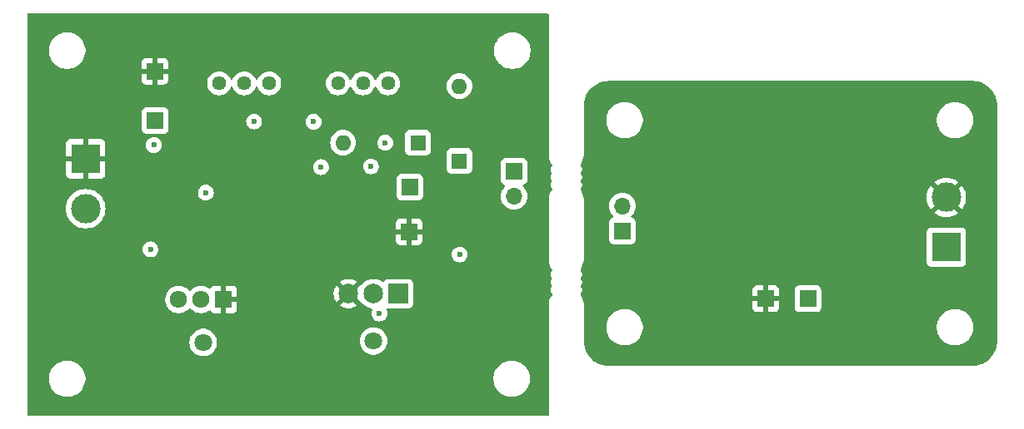
<source format=gbr>
%TF.GenerationSoftware,KiCad,Pcbnew,8.0.6*%
%TF.CreationDate,2025-11-14T22:02:28-06:00*%
%TF.ProjectId,WirelessChargerPCB,57697265-6c65-4737-9343-686172676572,rev?*%
%TF.SameCoordinates,Original*%
%TF.FileFunction,Copper,L3,Inr*%
%TF.FilePolarity,Positive*%
%FSLAX46Y46*%
G04 Gerber Fmt 4.6, Leading zero omitted, Abs format (unit mm)*
G04 Created by KiCad (PCBNEW 8.0.6) date 2025-11-14 22:02:28*
%MOMM*%
%LPD*%
G01*
G04 APERTURE LIST*
%TA.AperFunction,ComponentPad*%
%ADD10R,3.000000X3.000000*%
%TD*%
%TA.AperFunction,ComponentPad*%
%ADD11C,3.000000*%
%TD*%
%TA.AperFunction,ComponentPad*%
%ADD12R,1.700000X1.700000*%
%TD*%
%TA.AperFunction,ComponentPad*%
%ADD13O,1.700000X1.700000*%
%TD*%
%TA.AperFunction,ComponentPad*%
%ADD14O,1.600000X1.600000*%
%TD*%
%TA.AperFunction,ComponentPad*%
%ADD15R,1.600000X1.600000*%
%TD*%
%TA.AperFunction,ComponentPad*%
%ADD16C,1.800000*%
%TD*%
%TA.AperFunction,ComponentPad*%
%ADD17C,1.995000*%
%TD*%
%TA.AperFunction,ComponentPad*%
%ADD18R,1.995000X1.995000*%
%TD*%
%TA.AperFunction,ComponentPad*%
%ADD19C,1.440000*%
%TD*%
%TA.AperFunction,ComponentPad*%
%ADD20O,1.710000X1.800000*%
%TD*%
%TA.AperFunction,ComponentPad*%
%ADD21R,1.710000X1.800000*%
%TD*%
%TA.AperFunction,ViaPad*%
%ADD22C,0.600000*%
%TD*%
G04 APERTURE END LIST*
D10*
%TO.N,Net-(D4-K)*%
%TO.C,J2*%
X189640000Y-102830000D03*
D11*
%TO.N,GND*%
X189640000Y-97750000D03*
%TD*%
D12*
%TO.N,Net-(D3-K)*%
%TO.C,TP4*%
X175570000Y-108070000D03*
%TD*%
%TO.N,Out_Timer*%
%TO.C,TP2*%
X109245000Y-89925000D03*
%TD*%
D11*
%TO.N,+9V*%
%TO.C,J1*%
X102185000Y-98895000D03*
D10*
%TO.N,GND*%
X102185000Y-93815000D03*
%TD*%
D13*
%TO.N,Net-(D2-A)*%
%TO.C,L1*%
X145700000Y-97645000D03*
D12*
%TO.N,Net-(D2-K)*%
X145700000Y-95105000D03*
%TD*%
%TO.N,GND*%
%TO.C,TP5*%
X135045000Y-101245000D03*
%TD*%
D14*
%TO.N,Net-(D2-A)*%
%TO.C,D2*%
X140155000Y-86415000D03*
D15*
%TO.N,Net-(D2-K)*%
X140155000Y-94035000D03*
%TD*%
D16*
%TO.N,N/C*%
%TO.C,REF\u002A\u002A*%
X114125000Y-112515000D03*
%TD*%
D12*
%TO.N,Net-(D2-A)*%
%TO.C,TP3*%
X135115000Y-96685000D03*
%TD*%
D17*
%TO.N,GND*%
%TO.C,Q2*%
X128887500Y-107555000D03*
%TO.N,Net-(D2-A)*%
X131427500Y-107555000D03*
D18*
%TO.N,Net-(Q2-Pad1)*%
X133967500Y-107555000D03*
%TD*%
D16*
%TO.N,N/C*%
%TO.C,REF\u002A\u002A*%
X131435000Y-112365000D03*
%TD*%
D12*
%TO.N,Net-(D5-K)*%
%TO.C,L2*%
X156715000Y-101160000D03*
D13*
%TO.N,Net-(D3-K)*%
X156715000Y-98620000D03*
%TD*%
D12*
%TO.N,GND*%
%TO.C,TP6*%
X171290000Y-108070000D03*
%TD*%
D19*
%TO.N,Net-(D1-A)*%
%TO.C,RV2*%
X127825000Y-86125000D03*
X130365000Y-86125000D03*
%TO.N,Net-(D1-K)*%
X132905000Y-86125000D03*
%TD*%
%TO.N,+9V*%
%TO.C,RV1*%
X115745000Y-86125000D03*
X118285000Y-86125000D03*
%TO.N,Net-(D1-A)*%
X120825000Y-86125000D03*
%TD*%
D12*
%TO.N,GND*%
%TO.C,TP1*%
X109205000Y-84895000D03*
%TD*%
D14*
%TO.N,Net-(D1-A)*%
%TO.C,D1*%
X128335000Y-92175000D03*
D15*
%TO.N,Net-(D1-K)*%
X135955000Y-92175000D03*
%TD*%
D20*
%TO.N,Net-(Q1-B)*%
%TO.C,Q1*%
X111625000Y-108145000D03*
%TO.N,Net-(Q1-C)*%
X113905000Y-108145000D03*
D21*
%TO.N,GND*%
X116185000Y-108145000D03*
%TD*%
D22*
%TO.N,GND*%
X163840000Y-96660000D03*
X138965000Y-96545000D03*
X142435000Y-96605000D03*
%TO.N,+9V*%
X119295000Y-90015000D03*
X114395000Y-97265000D03*
X108765000Y-103045000D03*
X131165000Y-94595000D03*
X125345000Y-90045000D03*
X109115000Y-92415000D03*
%TO.N,Net-(D1-K)*%
X126105000Y-94665000D03*
X132625000Y-92185000D03*
%TO.N,Net-(D2-A)*%
X140185000Y-103565000D03*
X132025000Y-109575000D03*
%TD*%
%TA.AperFunction,Conductor*%
%TO.N,GND*%
G36*
X192303736Y-85890726D02*
G01*
X192593796Y-85908271D01*
X192608659Y-85910076D01*
X192890798Y-85961780D01*
X192905335Y-85965363D01*
X193179172Y-86050695D01*
X193193163Y-86056000D01*
X193454743Y-86173727D01*
X193467989Y-86180680D01*
X193713465Y-86329075D01*
X193725776Y-86337573D01*
X193951573Y-86514473D01*
X193962781Y-86524403D01*
X194165596Y-86727218D01*
X194175526Y-86738426D01*
X194295481Y-86891538D01*
X194352422Y-86964217D01*
X194360928Y-86976540D01*
X194509316Y-87222004D01*
X194516275Y-87235263D01*
X194633997Y-87496831D01*
X194639306Y-87510832D01*
X194724635Y-87784663D01*
X194728219Y-87799201D01*
X194779923Y-88081340D01*
X194781728Y-88096205D01*
X194799274Y-88386263D01*
X194799500Y-88393750D01*
X194799500Y-112386249D01*
X194799274Y-112393736D01*
X194781728Y-112683794D01*
X194779923Y-112698659D01*
X194728219Y-112980798D01*
X194724635Y-112995336D01*
X194639306Y-113269167D01*
X194633997Y-113283168D01*
X194516275Y-113544736D01*
X194509316Y-113557995D01*
X194360928Y-113803459D01*
X194352422Y-113815782D01*
X194175526Y-114041573D01*
X194165596Y-114052781D01*
X193962781Y-114255596D01*
X193951573Y-114265526D01*
X193725782Y-114442422D01*
X193713459Y-114450928D01*
X193467995Y-114599316D01*
X193454736Y-114606275D01*
X193193168Y-114723997D01*
X193179167Y-114729306D01*
X192905336Y-114814635D01*
X192890798Y-114818219D01*
X192608659Y-114869923D01*
X192593794Y-114871728D01*
X192303736Y-114889274D01*
X192296249Y-114889500D01*
X155303751Y-114889500D01*
X155296264Y-114889274D01*
X155006205Y-114871728D01*
X154991340Y-114869923D01*
X154709201Y-114818219D01*
X154694663Y-114814635D01*
X154420832Y-114729306D01*
X154406831Y-114723997D01*
X154145263Y-114606275D01*
X154132004Y-114599316D01*
X153886540Y-114450928D01*
X153874217Y-114442422D01*
X153648426Y-114265526D01*
X153637218Y-114255596D01*
X153434403Y-114052781D01*
X153424473Y-114041573D01*
X153247573Y-113815776D01*
X153239075Y-113803465D01*
X153090680Y-113557989D01*
X153083727Y-113544743D01*
X152966000Y-113283163D01*
X152960693Y-113269167D01*
X152875364Y-112995336D01*
X152871780Y-112980798D01*
X152820076Y-112698659D01*
X152818271Y-112683794D01*
X152800726Y-112393736D01*
X152800500Y-112386249D01*
X152800500Y-110848711D01*
X155099500Y-110848711D01*
X155099500Y-111091288D01*
X155131161Y-111331785D01*
X155193947Y-111566104D01*
X155286773Y-111790205D01*
X155286776Y-111790212D01*
X155408064Y-112000289D01*
X155408066Y-112000292D01*
X155408067Y-112000293D01*
X155555733Y-112192736D01*
X155555739Y-112192743D01*
X155727256Y-112364260D01*
X155727263Y-112364266D01*
X155765669Y-112393736D01*
X155919711Y-112511936D01*
X156129788Y-112633224D01*
X156353900Y-112726054D01*
X156588211Y-112788838D01*
X156768586Y-112812584D01*
X156828711Y-112820500D01*
X156828712Y-112820500D01*
X157071289Y-112820500D01*
X157119388Y-112814167D01*
X157311789Y-112788838D01*
X157546100Y-112726054D01*
X157770212Y-112633224D01*
X157980289Y-112511936D01*
X158172738Y-112364265D01*
X158344265Y-112192738D01*
X158491936Y-112000289D01*
X158613224Y-111790212D01*
X158706054Y-111566100D01*
X158768838Y-111331789D01*
X158800500Y-111091288D01*
X158800500Y-110848712D01*
X158800500Y-110848711D01*
X188669500Y-110848711D01*
X188669500Y-111091288D01*
X188701161Y-111331785D01*
X188763947Y-111566104D01*
X188856773Y-111790205D01*
X188856776Y-111790212D01*
X188978064Y-112000289D01*
X188978066Y-112000292D01*
X188978067Y-112000293D01*
X189125733Y-112192736D01*
X189125739Y-112192743D01*
X189297256Y-112364260D01*
X189297263Y-112364266D01*
X189335669Y-112393736D01*
X189489711Y-112511936D01*
X189699788Y-112633224D01*
X189923900Y-112726054D01*
X190158211Y-112788838D01*
X190338586Y-112812584D01*
X190398711Y-112820500D01*
X190398712Y-112820500D01*
X190641289Y-112820500D01*
X190689388Y-112814167D01*
X190881789Y-112788838D01*
X191116100Y-112726054D01*
X191340212Y-112633224D01*
X191550289Y-112511936D01*
X191742738Y-112364265D01*
X191914265Y-112192738D01*
X192061936Y-112000289D01*
X192183224Y-111790212D01*
X192276054Y-111566100D01*
X192338838Y-111331789D01*
X192370500Y-111091288D01*
X192370500Y-110848712D01*
X192338838Y-110608211D01*
X192276054Y-110373900D01*
X192183224Y-110149788D01*
X192061936Y-109939711D01*
X191914265Y-109747262D01*
X191914260Y-109747256D01*
X191742743Y-109575739D01*
X191742736Y-109575733D01*
X191550293Y-109428067D01*
X191550292Y-109428066D01*
X191550289Y-109428064D01*
X191340212Y-109306776D01*
X191269647Y-109277547D01*
X191116104Y-109213947D01*
X190998944Y-109182554D01*
X190881789Y-109151162D01*
X190881788Y-109151161D01*
X190881785Y-109151161D01*
X190641289Y-109119500D01*
X190641288Y-109119500D01*
X190398712Y-109119500D01*
X190398711Y-109119500D01*
X190158214Y-109151161D01*
X189923895Y-109213947D01*
X189699794Y-109306773D01*
X189699785Y-109306777D01*
X189489706Y-109428067D01*
X189297263Y-109575733D01*
X189297256Y-109575739D01*
X189125739Y-109747256D01*
X189125733Y-109747263D01*
X188978067Y-109939706D01*
X188856777Y-110149785D01*
X188856773Y-110149794D01*
X188763947Y-110373895D01*
X188701161Y-110608214D01*
X188669500Y-110848711D01*
X158800500Y-110848711D01*
X158768838Y-110608211D01*
X158706054Y-110373900D01*
X158613224Y-110149788D01*
X158491936Y-109939711D01*
X158344265Y-109747262D01*
X158344260Y-109747256D01*
X158172743Y-109575739D01*
X158172736Y-109575733D01*
X157980293Y-109428067D01*
X157980292Y-109428066D01*
X157980289Y-109428064D01*
X157770212Y-109306776D01*
X157699647Y-109277547D01*
X157546104Y-109213947D01*
X157428944Y-109182554D01*
X157311789Y-109151162D01*
X157311788Y-109151161D01*
X157311785Y-109151161D01*
X157071289Y-109119500D01*
X157071288Y-109119500D01*
X156828712Y-109119500D01*
X156828711Y-109119500D01*
X156588214Y-109151161D01*
X156353895Y-109213947D01*
X156129794Y-109306773D01*
X156129785Y-109306777D01*
X155919706Y-109428067D01*
X155727263Y-109575733D01*
X155727256Y-109575739D01*
X155555739Y-109747256D01*
X155555733Y-109747263D01*
X155408067Y-109939706D01*
X155286777Y-110149785D01*
X155286773Y-110149794D01*
X155193947Y-110373895D01*
X155131161Y-110608214D01*
X155099500Y-110848711D01*
X152800500Y-110848711D01*
X152800500Y-108573374D01*
X152800500Y-108573371D01*
X152764458Y-108322692D01*
X152693107Y-108079693D01*
X152693106Y-108079691D01*
X152693105Y-108079687D01*
X152587906Y-107849333D01*
X152587893Y-107849310D01*
X152473926Y-107671973D01*
X152454241Y-107604934D01*
X152473926Y-107537894D01*
X152490556Y-107517257D01*
X152530500Y-107477314D01*
X152596392Y-107363186D01*
X152630500Y-107235892D01*
X152630500Y-107172155D01*
X169940000Y-107172155D01*
X169940000Y-107820000D01*
X170856988Y-107820000D01*
X170824075Y-107877007D01*
X170790000Y-108004174D01*
X170790000Y-108135826D01*
X170824075Y-108262993D01*
X170856988Y-108320000D01*
X169940000Y-108320000D01*
X169940000Y-108967844D01*
X169946401Y-109027372D01*
X169946403Y-109027379D01*
X169996645Y-109162086D01*
X169996649Y-109162093D01*
X170082809Y-109277187D01*
X170082812Y-109277190D01*
X170197906Y-109363350D01*
X170197913Y-109363354D01*
X170332620Y-109413596D01*
X170332627Y-109413598D01*
X170392155Y-109419999D01*
X170392172Y-109420000D01*
X171040000Y-109420000D01*
X171040000Y-108503012D01*
X171097007Y-108535925D01*
X171224174Y-108570000D01*
X171355826Y-108570000D01*
X171482993Y-108535925D01*
X171540000Y-108503012D01*
X171540000Y-109420000D01*
X172187828Y-109420000D01*
X172187844Y-109419999D01*
X172247372Y-109413598D01*
X172247379Y-109413596D01*
X172382086Y-109363354D01*
X172382093Y-109363350D01*
X172497187Y-109277190D01*
X172497190Y-109277187D01*
X172583350Y-109162093D01*
X172583354Y-109162086D01*
X172633596Y-109027379D01*
X172633598Y-109027372D01*
X172639999Y-108967844D01*
X172640000Y-108967827D01*
X172640000Y-108320000D01*
X171723012Y-108320000D01*
X171755925Y-108262993D01*
X171790000Y-108135826D01*
X171790000Y-108004174D01*
X171755925Y-107877007D01*
X171723012Y-107820000D01*
X172640000Y-107820000D01*
X172640000Y-107172172D01*
X172639999Y-107172155D01*
X172639997Y-107172135D01*
X174219500Y-107172135D01*
X174219500Y-108967870D01*
X174219501Y-108967876D01*
X174225908Y-109027483D01*
X174276202Y-109162328D01*
X174276206Y-109162335D01*
X174362452Y-109277544D01*
X174362455Y-109277547D01*
X174477664Y-109363793D01*
X174477671Y-109363797D01*
X174612517Y-109414091D01*
X174612516Y-109414091D01*
X174619444Y-109414835D01*
X174672127Y-109420500D01*
X176467872Y-109420499D01*
X176527483Y-109414091D01*
X176662331Y-109363796D01*
X176777546Y-109277546D01*
X176863796Y-109162331D01*
X176914091Y-109027483D01*
X176920500Y-108967873D01*
X176920499Y-107172128D01*
X176914091Y-107112517D01*
X176910955Y-107104110D01*
X176863797Y-106977671D01*
X176863793Y-106977664D01*
X176777547Y-106862455D01*
X176777544Y-106862452D01*
X176662335Y-106776206D01*
X176662328Y-106776202D01*
X176527482Y-106725908D01*
X176527483Y-106725908D01*
X176467883Y-106719501D01*
X176467881Y-106719500D01*
X176467873Y-106719500D01*
X176467864Y-106719500D01*
X174672129Y-106719500D01*
X174672123Y-106719501D01*
X174612516Y-106725908D01*
X174477671Y-106776202D01*
X174477664Y-106776206D01*
X174362455Y-106862452D01*
X174362452Y-106862455D01*
X174276206Y-106977664D01*
X174276202Y-106977671D01*
X174225908Y-107112517D01*
X174222728Y-107142100D01*
X174219501Y-107172123D01*
X174219500Y-107172135D01*
X172639997Y-107172135D01*
X172633598Y-107112627D01*
X172633596Y-107112620D01*
X172583354Y-106977913D01*
X172583350Y-106977906D01*
X172497190Y-106862812D01*
X172497187Y-106862809D01*
X172382093Y-106776649D01*
X172382086Y-106776645D01*
X172247379Y-106726403D01*
X172247372Y-106726401D01*
X172187844Y-106720000D01*
X171540000Y-106720000D01*
X171540000Y-107636988D01*
X171482993Y-107604075D01*
X171355826Y-107570000D01*
X171224174Y-107570000D01*
X171097007Y-107604075D01*
X171040000Y-107636988D01*
X171040000Y-106720000D01*
X170392155Y-106720000D01*
X170332627Y-106726401D01*
X170332620Y-106726403D01*
X170197913Y-106776645D01*
X170197906Y-106776649D01*
X170082812Y-106862809D01*
X170082809Y-106862812D01*
X169996649Y-106977906D01*
X169996645Y-106977913D01*
X169946403Y-107112620D01*
X169946401Y-107112627D01*
X169940000Y-107172155D01*
X152630500Y-107172155D01*
X152630500Y-107104108D01*
X152596392Y-106976814D01*
X152530500Y-106862686D01*
X152525495Y-106857681D01*
X152492010Y-106796358D01*
X152496994Y-106726666D01*
X152525495Y-106682319D01*
X152530500Y-106677314D01*
X152596392Y-106563186D01*
X152630500Y-106435892D01*
X152630500Y-106304108D01*
X152596392Y-106176814D01*
X152530500Y-106062686D01*
X152525495Y-106057681D01*
X152492010Y-105996358D01*
X152496994Y-105926666D01*
X152525495Y-105882319D01*
X152530500Y-105877314D01*
X152596392Y-105763186D01*
X152630500Y-105635892D01*
X152630500Y-105504108D01*
X152596392Y-105376814D01*
X152530500Y-105262686D01*
X152530496Y-105262682D01*
X152490559Y-105222744D01*
X152457075Y-105161421D01*
X152462060Y-105091729D01*
X152473922Y-105068031D01*
X152587900Y-104890678D01*
X152587903Y-104890670D01*
X152587906Y-104890666D01*
X152693105Y-104660312D01*
X152693105Y-104660310D01*
X152693107Y-104660307D01*
X152764458Y-104417308D01*
X152800500Y-104166629D01*
X152800500Y-104040000D01*
X152800500Y-103974108D01*
X152800500Y-98619999D01*
X155359341Y-98619999D01*
X155359341Y-98620000D01*
X155379936Y-98855403D01*
X155379938Y-98855413D01*
X155441094Y-99083655D01*
X155441096Y-99083659D01*
X155441097Y-99083663D01*
X155540965Y-99297830D01*
X155540967Y-99297834D01*
X155649281Y-99452521D01*
X155676501Y-99491396D01*
X155676506Y-99491402D01*
X155798430Y-99613326D01*
X155831915Y-99674649D01*
X155826931Y-99744341D01*
X155785059Y-99800274D01*
X155754083Y-99817189D01*
X155622669Y-99866203D01*
X155622664Y-99866206D01*
X155507455Y-99952452D01*
X155507452Y-99952455D01*
X155421206Y-100067664D01*
X155421202Y-100067671D01*
X155370908Y-100202517D01*
X155364501Y-100262116D01*
X155364501Y-100262123D01*
X155364500Y-100262135D01*
X155364500Y-102057870D01*
X155364501Y-102057876D01*
X155370908Y-102117483D01*
X155421202Y-102252328D01*
X155421206Y-102252335D01*
X155507452Y-102367544D01*
X155507455Y-102367547D01*
X155622664Y-102453793D01*
X155622671Y-102453797D01*
X155757517Y-102504091D01*
X155757516Y-102504091D01*
X155764444Y-102504835D01*
X155817127Y-102510500D01*
X157612872Y-102510499D01*
X157672483Y-102504091D01*
X157807331Y-102453796D01*
X157922546Y-102367546D01*
X158008796Y-102252331D01*
X158059091Y-102117483D01*
X158065500Y-102057873D01*
X158065500Y-101282135D01*
X187639500Y-101282135D01*
X187639500Y-104377870D01*
X187639501Y-104377876D01*
X187645908Y-104437483D01*
X187696202Y-104572328D01*
X187696206Y-104572335D01*
X187782452Y-104687544D01*
X187782455Y-104687547D01*
X187897664Y-104773793D01*
X187897671Y-104773797D01*
X188032517Y-104824091D01*
X188032516Y-104824091D01*
X188039444Y-104824835D01*
X188092127Y-104830500D01*
X191187872Y-104830499D01*
X191247483Y-104824091D01*
X191382331Y-104773796D01*
X191497546Y-104687546D01*
X191583796Y-104572331D01*
X191634091Y-104437483D01*
X191640500Y-104377873D01*
X191640499Y-101282128D01*
X191634091Y-101222517D01*
X191583796Y-101087669D01*
X191583795Y-101087668D01*
X191583793Y-101087664D01*
X191497547Y-100972455D01*
X191497544Y-100972452D01*
X191382335Y-100886206D01*
X191382328Y-100886202D01*
X191247482Y-100835908D01*
X191247483Y-100835908D01*
X191187883Y-100829501D01*
X191187881Y-100829500D01*
X191187873Y-100829500D01*
X191187864Y-100829500D01*
X188092129Y-100829500D01*
X188092123Y-100829501D01*
X188032516Y-100835908D01*
X187897671Y-100886202D01*
X187897664Y-100886206D01*
X187782455Y-100972452D01*
X187782452Y-100972455D01*
X187696206Y-101087664D01*
X187696202Y-101087671D01*
X187645908Y-101222517D01*
X187639501Y-101282116D01*
X187639501Y-101282123D01*
X187639500Y-101282135D01*
X158065500Y-101282135D01*
X158065499Y-100262128D01*
X158059091Y-100202517D01*
X158008796Y-100067669D01*
X158008795Y-100067668D01*
X158008793Y-100067664D01*
X157922547Y-99952455D01*
X157922544Y-99952452D01*
X157807335Y-99866206D01*
X157807328Y-99866202D01*
X157675917Y-99817189D01*
X157619983Y-99775318D01*
X157595566Y-99709853D01*
X157610418Y-99641580D01*
X157631563Y-99613332D01*
X157753495Y-99491401D01*
X157889035Y-99297830D01*
X157988903Y-99083663D01*
X158050063Y-98855408D01*
X158070659Y-98620000D01*
X158050063Y-98384592D01*
X157988903Y-98156337D01*
X157889035Y-97942171D01*
X157806889Y-97824853D01*
X157754475Y-97749998D01*
X187634891Y-97749998D01*
X187634891Y-97750001D01*
X187655300Y-98035362D01*
X187716109Y-98314895D01*
X187816091Y-98582958D01*
X187953191Y-98834038D01*
X187953196Y-98834046D01*
X188059882Y-98976561D01*
X188059883Y-98976562D01*
X188954767Y-98081677D01*
X188966497Y-98109995D01*
X189049670Y-98234472D01*
X189155528Y-98340330D01*
X189280005Y-98423503D01*
X189308320Y-98435231D01*
X188413436Y-99330115D01*
X188555960Y-99436807D01*
X188555961Y-99436808D01*
X188807042Y-99573908D01*
X188807041Y-99573908D01*
X189075104Y-99673890D01*
X189354637Y-99734699D01*
X189639999Y-99755109D01*
X189640001Y-99755109D01*
X189925362Y-99734699D01*
X190204895Y-99673890D01*
X190472958Y-99573908D01*
X190724047Y-99436803D01*
X190866561Y-99330116D01*
X190866562Y-99330115D01*
X189971679Y-98435231D01*
X189999995Y-98423503D01*
X190124472Y-98340330D01*
X190230330Y-98234472D01*
X190313503Y-98109995D01*
X190325231Y-98081678D01*
X191220115Y-98976562D01*
X191220116Y-98976561D01*
X191326803Y-98834047D01*
X191463908Y-98582958D01*
X191563890Y-98314895D01*
X191624699Y-98035362D01*
X191645109Y-97750001D01*
X191645109Y-97749998D01*
X191624699Y-97464637D01*
X191563890Y-97185104D01*
X191463908Y-96917041D01*
X191326808Y-96665961D01*
X191326807Y-96665960D01*
X191220115Y-96523436D01*
X190325231Y-97418320D01*
X190313503Y-97390005D01*
X190230330Y-97265528D01*
X190124472Y-97159670D01*
X189999995Y-97076497D01*
X189971678Y-97064767D01*
X190866562Y-96169883D01*
X190866561Y-96169882D01*
X190724046Y-96063196D01*
X190724038Y-96063191D01*
X190472957Y-95926091D01*
X190472958Y-95926091D01*
X190204895Y-95826109D01*
X189925362Y-95765300D01*
X189640001Y-95744891D01*
X189639999Y-95744891D01*
X189354637Y-95765300D01*
X189075104Y-95826109D01*
X188807041Y-95926091D01*
X188555961Y-96063191D01*
X188555953Y-96063196D01*
X188413437Y-96169882D01*
X188413436Y-96169883D01*
X189308321Y-97064767D01*
X189280005Y-97076497D01*
X189155528Y-97159670D01*
X189049670Y-97265528D01*
X188966497Y-97390005D01*
X188954768Y-97418321D01*
X188059883Y-96523436D01*
X188059882Y-96523437D01*
X187953196Y-96665953D01*
X187953191Y-96665961D01*
X187816091Y-96917041D01*
X187716109Y-97185104D01*
X187655300Y-97464637D01*
X187634891Y-97749998D01*
X157754475Y-97749998D01*
X157753494Y-97748597D01*
X157586402Y-97581506D01*
X157586395Y-97581501D01*
X157392834Y-97445967D01*
X157392830Y-97445965D01*
X157286636Y-97396446D01*
X157178663Y-97346097D01*
X157178659Y-97346096D01*
X157178655Y-97346094D01*
X156950413Y-97284938D01*
X156950403Y-97284936D01*
X156715001Y-97264341D01*
X156714999Y-97264341D01*
X156479596Y-97284936D01*
X156479586Y-97284938D01*
X156251344Y-97346094D01*
X156251335Y-97346098D01*
X156037171Y-97445964D01*
X156037169Y-97445965D01*
X155843597Y-97581505D01*
X155676505Y-97748597D01*
X155540965Y-97942169D01*
X155540964Y-97942171D01*
X155441098Y-98156335D01*
X155441094Y-98156344D01*
X155379938Y-98384586D01*
X155379936Y-98384596D01*
X155359341Y-98619999D01*
X152800500Y-98619999D01*
X152800500Y-97944108D01*
X152800500Y-97883371D01*
X152764458Y-97632692D01*
X152693107Y-97389693D01*
X152693106Y-97389691D01*
X152693105Y-97389687D01*
X152587906Y-97159333D01*
X152587893Y-97159310D01*
X152473926Y-96981973D01*
X152454241Y-96914934D01*
X152473926Y-96847894D01*
X152490556Y-96827257D01*
X152530500Y-96787314D01*
X152596392Y-96673186D01*
X152630500Y-96545892D01*
X152630500Y-96414108D01*
X152596392Y-96286814D01*
X152530500Y-96172686D01*
X152525495Y-96167681D01*
X152492010Y-96106358D01*
X152496994Y-96036666D01*
X152525495Y-95992319D01*
X152530500Y-95987314D01*
X152596392Y-95873186D01*
X152630500Y-95745892D01*
X152630500Y-95614108D01*
X152596392Y-95486814D01*
X152530500Y-95372686D01*
X152525495Y-95367681D01*
X152492010Y-95306358D01*
X152496994Y-95236666D01*
X152525495Y-95192319D01*
X152530500Y-95187314D01*
X152596392Y-95073186D01*
X152630500Y-94945892D01*
X152630500Y-94814108D01*
X152596392Y-94686814D01*
X152530500Y-94572686D01*
X152530496Y-94572682D01*
X152490559Y-94532744D01*
X152457075Y-94471421D01*
X152462060Y-94401729D01*
X152473922Y-94378031D01*
X152587900Y-94200678D01*
X152587903Y-94200670D01*
X152587906Y-94200666D01*
X152693105Y-93970312D01*
X152693105Y-93970310D01*
X152693107Y-93970307D01*
X152764458Y-93727308D01*
X152800500Y-93476629D01*
X152800500Y-93350000D01*
X152800500Y-93284108D01*
X152800500Y-89758711D01*
X155099500Y-89758711D01*
X155099500Y-90001288D01*
X155131161Y-90241785D01*
X155193947Y-90476104D01*
X155282631Y-90690205D01*
X155286776Y-90700212D01*
X155408064Y-90910289D01*
X155408066Y-90910292D01*
X155408067Y-90910293D01*
X155555733Y-91102736D01*
X155555739Y-91102743D01*
X155727256Y-91274260D01*
X155727262Y-91274265D01*
X155919711Y-91421936D01*
X156129788Y-91543224D01*
X156353900Y-91636054D01*
X156588211Y-91698838D01*
X156752753Y-91720500D01*
X156828711Y-91730500D01*
X156828712Y-91730500D01*
X157071289Y-91730500D01*
X157119388Y-91724167D01*
X157311789Y-91698838D01*
X157546100Y-91636054D01*
X157770212Y-91543224D01*
X157980289Y-91421936D01*
X158172738Y-91274265D01*
X158344265Y-91102738D01*
X158491936Y-90910289D01*
X158613224Y-90700212D01*
X158706054Y-90476100D01*
X158768838Y-90241789D01*
X158800500Y-90001288D01*
X158800500Y-89758712D01*
X158799183Y-89748712D01*
X158799183Y-89748711D01*
X188669500Y-89748711D01*
X188669500Y-89991288D01*
X188670816Y-90001288D01*
X188701162Y-90231789D01*
X188703842Y-90241789D01*
X188763947Y-90466104D01*
X188856773Y-90690205D01*
X188856777Y-90690214D01*
X188862551Y-90700214D01*
X188978064Y-90900289D01*
X188978066Y-90900292D01*
X188978067Y-90900293D01*
X189125733Y-91092736D01*
X189125739Y-91092743D01*
X189297256Y-91264260D01*
X189297263Y-91264266D01*
X189410321Y-91351018D01*
X189489711Y-91411936D01*
X189699788Y-91533224D01*
X189923900Y-91626054D01*
X190158211Y-91688838D01*
X190338586Y-91712584D01*
X190398711Y-91720500D01*
X190398712Y-91720500D01*
X190641289Y-91720500D01*
X190689388Y-91714167D01*
X190881789Y-91688838D01*
X191116100Y-91626054D01*
X191340212Y-91533224D01*
X191550289Y-91411936D01*
X191742738Y-91264265D01*
X191914265Y-91092738D01*
X192061936Y-90900289D01*
X192183224Y-90690212D01*
X192276054Y-90466100D01*
X192338838Y-90231789D01*
X192370500Y-89991288D01*
X192370500Y-89748712D01*
X192338838Y-89508211D01*
X192276054Y-89273900D01*
X192183224Y-89049788D01*
X192061936Y-88839711D01*
X191914265Y-88647262D01*
X191914260Y-88647256D01*
X191742743Y-88475739D01*
X191742736Y-88475733D01*
X191550293Y-88328067D01*
X191550292Y-88328066D01*
X191550289Y-88328064D01*
X191340212Y-88206776D01*
X191340205Y-88206773D01*
X191116104Y-88113947D01*
X190881785Y-88051161D01*
X190641289Y-88019500D01*
X190641288Y-88019500D01*
X190398712Y-88019500D01*
X190398711Y-88019500D01*
X190158214Y-88051161D01*
X189923895Y-88113947D01*
X189699794Y-88206773D01*
X189699785Y-88206777D01*
X189489706Y-88328067D01*
X189297263Y-88475733D01*
X189297256Y-88475739D01*
X189125739Y-88647256D01*
X189125733Y-88647263D01*
X188978067Y-88839706D01*
X188978064Y-88839710D01*
X188978064Y-88839711D01*
X188961817Y-88867851D01*
X188856777Y-89049785D01*
X188856773Y-89049794D01*
X188763947Y-89273895D01*
X188701161Y-89508214D01*
X188669500Y-89748711D01*
X158799183Y-89748711D01*
X158768838Y-89518214D01*
X158768838Y-89518211D01*
X158706054Y-89283900D01*
X158613224Y-89059788D01*
X158491936Y-88849711D01*
X158344265Y-88657262D01*
X158344260Y-88657256D01*
X158172743Y-88485739D01*
X158172736Y-88485733D01*
X157980293Y-88338067D01*
X157980292Y-88338066D01*
X157980289Y-88338064D01*
X157770212Y-88216776D01*
X157770205Y-88216773D01*
X157546104Y-88123947D01*
X157311785Y-88061161D01*
X157071289Y-88029500D01*
X157071288Y-88029500D01*
X156828712Y-88029500D01*
X156828711Y-88029500D01*
X156588214Y-88061161D01*
X156353895Y-88123947D01*
X156129794Y-88216773D01*
X156129785Y-88216777D01*
X155919706Y-88338067D01*
X155727263Y-88485733D01*
X155727256Y-88485739D01*
X155555739Y-88657256D01*
X155555733Y-88657263D01*
X155408067Y-88849706D01*
X155286777Y-89059785D01*
X155286773Y-89059794D01*
X155193947Y-89283895D01*
X155131161Y-89518214D01*
X155099500Y-89758711D01*
X152800500Y-89758711D01*
X152800500Y-88393750D01*
X152800726Y-88386263D01*
X152803641Y-88338067D01*
X152818271Y-88096201D01*
X152820076Y-88081340D01*
X152825607Y-88051162D01*
X152871780Y-87799197D01*
X152875364Y-87784663D01*
X152952096Y-87538422D01*
X152960696Y-87510822D01*
X152965998Y-87496841D01*
X153083731Y-87235249D01*
X153090676Y-87222016D01*
X153239080Y-86976526D01*
X153247567Y-86964230D01*
X153424480Y-86738417D01*
X153434395Y-86727226D01*
X153637226Y-86524395D01*
X153648417Y-86514480D01*
X153874230Y-86337567D01*
X153886526Y-86329080D01*
X154132016Y-86180676D01*
X154145249Y-86173731D01*
X154406841Y-86055998D01*
X154420822Y-86050696D01*
X154694668Y-85965362D01*
X154709197Y-85961780D01*
X154991344Y-85910075D01*
X155006201Y-85908271D01*
X155296264Y-85890726D01*
X155303751Y-85890500D01*
X155365892Y-85890500D01*
X192234108Y-85890500D01*
X192296249Y-85890500D01*
X192303736Y-85890726D01*
G37*
%TD.AperFunction*%
%TD*%
%TA.AperFunction,Conductor*%
%TO.N,GND*%
G36*
X149140381Y-79025037D02*
G01*
X149207406Y-79044771D01*
X149253121Y-79097609D01*
X149264289Y-79149079D01*
X149259524Y-93276006D01*
X149259500Y-93276390D01*
X149259500Y-93350042D01*
X149259475Y-93423639D01*
X149259500Y-93424018D01*
X149259500Y-93476627D01*
X149295541Y-93727303D01*
X149295543Y-93727313D01*
X149366894Y-93970312D01*
X149472093Y-94200666D01*
X149472100Y-94200679D01*
X149586074Y-94378026D01*
X149605758Y-94445065D01*
X149586073Y-94512105D01*
X149569440Y-94532745D01*
X149529503Y-94572682D01*
X149529500Y-94572686D01*
X149463608Y-94686812D01*
X149429500Y-94814108D01*
X149429500Y-94945891D01*
X149463608Y-95073187D01*
X149477508Y-95097262D01*
X149529500Y-95187314D01*
X149529502Y-95187316D01*
X149534505Y-95192319D01*
X149567990Y-95253642D01*
X149563006Y-95323334D01*
X149534505Y-95367681D01*
X149529502Y-95372683D01*
X149529500Y-95372686D01*
X149463608Y-95486812D01*
X149429500Y-95614108D01*
X149429500Y-95745891D01*
X149463608Y-95873187D01*
X149496554Y-95930250D01*
X149529500Y-95987314D01*
X149529502Y-95987316D01*
X149534505Y-95992319D01*
X149567990Y-96053642D01*
X149563006Y-96123334D01*
X149534505Y-96167681D01*
X149529502Y-96172683D01*
X149529500Y-96172686D01*
X149463608Y-96286812D01*
X149429500Y-96414108D01*
X149429500Y-96545892D01*
X149441056Y-96589021D01*
X149463608Y-96673187D01*
X149496554Y-96730250D01*
X149529500Y-96787314D01*
X149529503Y-96787317D01*
X149569440Y-96827255D01*
X149602924Y-96888578D01*
X149597939Y-96958270D01*
X149586074Y-96981974D01*
X149472100Y-97159320D01*
X149472093Y-97159333D01*
X149366894Y-97389687D01*
X149295543Y-97632686D01*
X149295541Y-97632696D01*
X149259500Y-97883372D01*
X149259500Y-104166627D01*
X149295541Y-104417303D01*
X149295543Y-104417313D01*
X149366894Y-104660312D01*
X149472093Y-104890666D01*
X149472100Y-104890679D01*
X149586074Y-105068026D01*
X149605758Y-105135065D01*
X149586073Y-105202105D01*
X149569440Y-105222745D01*
X149529503Y-105262682D01*
X149529500Y-105262686D01*
X149463608Y-105376812D01*
X149429500Y-105504108D01*
X149429500Y-105635891D01*
X149463608Y-105763187D01*
X149470116Y-105774459D01*
X149529500Y-105877314D01*
X149529502Y-105877316D01*
X149534505Y-105882319D01*
X149567990Y-105943642D01*
X149563006Y-106013334D01*
X149534505Y-106057681D01*
X149529502Y-106062683D01*
X149529500Y-106062686D01*
X149463608Y-106176812D01*
X149431504Y-106296628D01*
X149429500Y-106304108D01*
X149429500Y-106435892D01*
X149433285Y-106450017D01*
X149463608Y-106563187D01*
X149496554Y-106620250D01*
X149529500Y-106677314D01*
X149529502Y-106677316D01*
X149534505Y-106682319D01*
X149567990Y-106743642D01*
X149563006Y-106813334D01*
X149534505Y-106857681D01*
X149529502Y-106862683D01*
X149529500Y-106862686D01*
X149463608Y-106976812D01*
X149429500Y-107104108D01*
X149429500Y-107235892D01*
X149439585Y-107273529D01*
X149463608Y-107363187D01*
X149496554Y-107420250D01*
X149529500Y-107477314D01*
X149529503Y-107477317D01*
X149569440Y-107517255D01*
X149602924Y-107578578D01*
X149597939Y-107648270D01*
X149586074Y-107671974D01*
X149472100Y-107849320D01*
X149472093Y-107849333D01*
X149366894Y-108079687D01*
X149295543Y-108322686D01*
X149295541Y-108322696D01*
X149259500Y-108573372D01*
X149259500Y-108699999D01*
X149254764Y-119870090D01*
X149235051Y-119937121D01*
X149182228Y-119982853D01*
X149130672Y-119994037D01*
X96379555Y-119954961D01*
X96312530Y-119935227D01*
X96266815Y-119882389D01*
X96255647Y-119830933D01*
X96256540Y-116083711D01*
X98454500Y-116083711D01*
X98454500Y-116326288D01*
X98486161Y-116566785D01*
X98548947Y-116801104D01*
X98641773Y-117025205D01*
X98641776Y-117025212D01*
X98763064Y-117235289D01*
X98763066Y-117235292D01*
X98763067Y-117235293D01*
X98910733Y-117427736D01*
X98910739Y-117427743D01*
X99082256Y-117599260D01*
X99082262Y-117599265D01*
X99274711Y-117746936D01*
X99484788Y-117868224D01*
X99708900Y-117961054D01*
X99943211Y-118023838D01*
X100123586Y-118047584D01*
X100183711Y-118055500D01*
X100183712Y-118055500D01*
X100426289Y-118055500D01*
X100474388Y-118049167D01*
X100666789Y-118023838D01*
X100901100Y-117961054D01*
X101125212Y-117868224D01*
X101335289Y-117746936D01*
X101527738Y-117599265D01*
X101699265Y-117427738D01*
X101846936Y-117235289D01*
X101968224Y-117025212D01*
X102061054Y-116801100D01*
X102123838Y-116566789D01*
X102155500Y-116326288D01*
X102155500Y-116083712D01*
X102155500Y-116083711D01*
X143614500Y-116083711D01*
X143614500Y-116326288D01*
X143646161Y-116566785D01*
X143708947Y-116801104D01*
X143801773Y-117025205D01*
X143801776Y-117025212D01*
X143923064Y-117235289D01*
X143923066Y-117235292D01*
X143923067Y-117235293D01*
X144070733Y-117427736D01*
X144070739Y-117427743D01*
X144242256Y-117599260D01*
X144242262Y-117599265D01*
X144434711Y-117746936D01*
X144644788Y-117868224D01*
X144868900Y-117961054D01*
X145103211Y-118023838D01*
X145283586Y-118047584D01*
X145343711Y-118055500D01*
X145343712Y-118055500D01*
X145586289Y-118055500D01*
X145634388Y-118049167D01*
X145826789Y-118023838D01*
X146061100Y-117961054D01*
X146285212Y-117868224D01*
X146495289Y-117746936D01*
X146687738Y-117599265D01*
X146859265Y-117427738D01*
X147006936Y-117235289D01*
X147128224Y-117025212D01*
X147221054Y-116801100D01*
X147283838Y-116566789D01*
X147315500Y-116326288D01*
X147315500Y-116083712D01*
X147283838Y-115843211D01*
X147221054Y-115608900D01*
X147128224Y-115384788D01*
X147006936Y-115174711D01*
X146859265Y-114982262D01*
X146859260Y-114982256D01*
X146687743Y-114810739D01*
X146687736Y-114810733D01*
X146495293Y-114663067D01*
X146495292Y-114663066D01*
X146495289Y-114663064D01*
X146285212Y-114541776D01*
X146285205Y-114541773D01*
X146061104Y-114448947D01*
X145826785Y-114386161D01*
X145586289Y-114354500D01*
X145586288Y-114354500D01*
X145343712Y-114354500D01*
X145343711Y-114354500D01*
X145103214Y-114386161D01*
X144868895Y-114448947D01*
X144644794Y-114541773D01*
X144644785Y-114541777D01*
X144434706Y-114663067D01*
X144242263Y-114810733D01*
X144242256Y-114810739D01*
X144070739Y-114982256D01*
X144070733Y-114982263D01*
X143923067Y-115174706D01*
X143801777Y-115384785D01*
X143801773Y-115384794D01*
X143708947Y-115608895D01*
X143646161Y-115843214D01*
X143614500Y-116083711D01*
X102155500Y-116083711D01*
X102123838Y-115843211D01*
X102061054Y-115608900D01*
X101968224Y-115384788D01*
X101846936Y-115174711D01*
X101699265Y-114982262D01*
X101699260Y-114982256D01*
X101527743Y-114810739D01*
X101527736Y-114810733D01*
X101335293Y-114663067D01*
X101335292Y-114663066D01*
X101335289Y-114663064D01*
X101125212Y-114541776D01*
X101125205Y-114541773D01*
X100901104Y-114448947D01*
X100666785Y-114386161D01*
X100426289Y-114354500D01*
X100426288Y-114354500D01*
X100183712Y-114354500D01*
X100183711Y-114354500D01*
X99943214Y-114386161D01*
X99708895Y-114448947D01*
X99484794Y-114541773D01*
X99484785Y-114541777D01*
X99274706Y-114663067D01*
X99082263Y-114810733D01*
X99082256Y-114810739D01*
X98910739Y-114982256D01*
X98910733Y-114982263D01*
X98763067Y-115174706D01*
X98641777Y-115384785D01*
X98641773Y-115384794D01*
X98548947Y-115608895D01*
X98486161Y-115843214D01*
X98454500Y-116083711D01*
X96256540Y-116083711D01*
X96257390Y-112514993D01*
X112719700Y-112514993D01*
X112719700Y-112515006D01*
X112738864Y-112746297D01*
X112738866Y-112746308D01*
X112795842Y-112971300D01*
X112889075Y-113183848D01*
X113016016Y-113378147D01*
X113016019Y-113378151D01*
X113016021Y-113378153D01*
X113173216Y-113548913D01*
X113173219Y-113548915D01*
X113173222Y-113548918D01*
X113356365Y-113691464D01*
X113356371Y-113691468D01*
X113356374Y-113691470D01*
X113560497Y-113801936D01*
X113674487Y-113841068D01*
X113780015Y-113877297D01*
X113780017Y-113877297D01*
X113780019Y-113877298D01*
X114008951Y-113915500D01*
X114008952Y-113915500D01*
X114241048Y-113915500D01*
X114241049Y-113915500D01*
X114469981Y-113877298D01*
X114689503Y-113801936D01*
X114893626Y-113691470D01*
X114944420Y-113651936D01*
X114955129Y-113643600D01*
X115076784Y-113548913D01*
X115233979Y-113378153D01*
X115360924Y-113183849D01*
X115454157Y-112971300D01*
X115511134Y-112746305D01*
X115530300Y-112515000D01*
X115530300Y-112514993D01*
X115517871Y-112364993D01*
X130029700Y-112364993D01*
X130029700Y-112365006D01*
X130048864Y-112596297D01*
X130048866Y-112596308D01*
X130105842Y-112821300D01*
X130199075Y-113033848D01*
X130326016Y-113228147D01*
X130326019Y-113228151D01*
X130326021Y-113228153D01*
X130483216Y-113398913D01*
X130483219Y-113398915D01*
X130483222Y-113398918D01*
X130666365Y-113541464D01*
X130666371Y-113541468D01*
X130666374Y-113541470D01*
X130870497Y-113651936D01*
X130984487Y-113691068D01*
X131090015Y-113727297D01*
X131090017Y-113727297D01*
X131090019Y-113727298D01*
X131318951Y-113765500D01*
X131318952Y-113765500D01*
X131551048Y-113765500D01*
X131551049Y-113765500D01*
X131779981Y-113727298D01*
X131999503Y-113651936D01*
X132203626Y-113541470D01*
X132386784Y-113398913D01*
X132543979Y-113228153D01*
X132670924Y-113033849D01*
X132764157Y-112821300D01*
X132821134Y-112596305D01*
X132821135Y-112596297D01*
X132840300Y-112365006D01*
X132840300Y-112364993D01*
X132821135Y-112133702D01*
X132821133Y-112133691D01*
X132764157Y-111908699D01*
X132670924Y-111696151D01*
X132543983Y-111501852D01*
X132543980Y-111501849D01*
X132543979Y-111501847D01*
X132386784Y-111331087D01*
X132386779Y-111331083D01*
X132386777Y-111331081D01*
X132203634Y-111188535D01*
X132203628Y-111188531D01*
X131999504Y-111078064D01*
X131999495Y-111078061D01*
X131779984Y-111002702D01*
X131608282Y-110974050D01*
X131551049Y-110964500D01*
X131318951Y-110964500D01*
X131273164Y-110972140D01*
X131090015Y-111002702D01*
X130870504Y-111078061D01*
X130870495Y-111078064D01*
X130666371Y-111188531D01*
X130666365Y-111188535D01*
X130483222Y-111331081D01*
X130483219Y-111331084D01*
X130483216Y-111331086D01*
X130483216Y-111331087D01*
X130476360Y-111338535D01*
X130326016Y-111501852D01*
X130199075Y-111696151D01*
X130105842Y-111908699D01*
X130048866Y-112133691D01*
X130048864Y-112133702D01*
X130029700Y-112364993D01*
X115517871Y-112364993D01*
X115511135Y-112283702D01*
X115511133Y-112283691D01*
X115454157Y-112058699D01*
X115360924Y-111846151D01*
X115233983Y-111651852D01*
X115233980Y-111651849D01*
X115233979Y-111651847D01*
X115076784Y-111481087D01*
X115076779Y-111481083D01*
X115076777Y-111481081D01*
X114893634Y-111338535D01*
X114893628Y-111338531D01*
X114689504Y-111228064D01*
X114689495Y-111228061D01*
X114469984Y-111152702D01*
X114298282Y-111124050D01*
X114241049Y-111114500D01*
X114008951Y-111114500D01*
X113963164Y-111122140D01*
X113780015Y-111152702D01*
X113560504Y-111228061D01*
X113560495Y-111228064D01*
X113356371Y-111338531D01*
X113356365Y-111338535D01*
X113173222Y-111481081D01*
X113173219Y-111481084D01*
X113016016Y-111651852D01*
X112889075Y-111846151D01*
X112795842Y-112058699D01*
X112738866Y-112283691D01*
X112738864Y-112283702D01*
X112719700Y-112514993D01*
X96257390Y-112514993D01*
X96258467Y-107993320D01*
X110269500Y-107993320D01*
X110269500Y-108296680D01*
X110297998Y-108476610D01*
X110302877Y-108507414D01*
X110368810Y-108710335D01*
X110439572Y-108849211D01*
X110465673Y-108900437D01*
X110591083Y-109073049D01*
X110741951Y-109223917D01*
X110914563Y-109349327D01*
X111004379Y-109395090D01*
X111104664Y-109446189D01*
X111104666Y-109446189D01*
X111104669Y-109446191D01*
X111307586Y-109512123D01*
X111518320Y-109545500D01*
X111518321Y-109545500D01*
X111731679Y-109545500D01*
X111731680Y-109545500D01*
X111942414Y-109512123D01*
X112145331Y-109446191D01*
X112335437Y-109349327D01*
X112508049Y-109223917D01*
X112658917Y-109073049D01*
X112664683Y-109065112D01*
X112720011Y-109022448D01*
X112789624Y-109016469D01*
X112851420Y-109049074D01*
X112865312Y-109065106D01*
X112871083Y-109073049D01*
X113021951Y-109223917D01*
X113194563Y-109349327D01*
X113284379Y-109395090D01*
X113384664Y-109446189D01*
X113384666Y-109446189D01*
X113384669Y-109446191D01*
X113587586Y-109512123D01*
X113798320Y-109545500D01*
X113798321Y-109545500D01*
X114011679Y-109545500D01*
X114011680Y-109545500D01*
X114222414Y-109512123D01*
X114425331Y-109446191D01*
X114615437Y-109349327D01*
X114722386Y-109271623D01*
X114788191Y-109248143D01*
X114856245Y-109263968D01*
X114894537Y-109297630D01*
X114972809Y-109402187D01*
X114972812Y-109402190D01*
X115087906Y-109488350D01*
X115087913Y-109488354D01*
X115222620Y-109538596D01*
X115222627Y-109538598D01*
X115282155Y-109544999D01*
X115282172Y-109545000D01*
X115935000Y-109545000D01*
X115935000Y-108578012D01*
X115992007Y-108610925D01*
X116119174Y-108645000D01*
X116250826Y-108645000D01*
X116377993Y-108610925D01*
X116435000Y-108578012D01*
X116435000Y-109545000D01*
X117087828Y-109545000D01*
X117087844Y-109544999D01*
X117147372Y-109538598D01*
X117147379Y-109538596D01*
X117282086Y-109488354D01*
X117282093Y-109488350D01*
X117397187Y-109402190D01*
X117397190Y-109402187D01*
X117483350Y-109287093D01*
X117483354Y-109287086D01*
X117533596Y-109152379D01*
X117533598Y-109152372D01*
X117539999Y-109092844D01*
X117540000Y-109092827D01*
X117540000Y-108395000D01*
X116618012Y-108395000D01*
X116650925Y-108337993D01*
X116685000Y-108210826D01*
X116685000Y-108079174D01*
X116650925Y-107952007D01*
X116618012Y-107895000D01*
X117540000Y-107895000D01*
X117540000Y-107554994D01*
X127384868Y-107554994D01*
X127384868Y-107555005D01*
X127405360Y-107802316D01*
X127405362Y-107802328D01*
X127466284Y-108042904D01*
X127565974Y-108270173D01*
X127665869Y-108423074D01*
X128274976Y-107813968D01*
X128298184Y-107869996D01*
X128370961Y-107978913D01*
X128463587Y-108071539D01*
X128572504Y-108144316D01*
X128628530Y-108167522D01*
X128019225Y-108776827D01*
X128065640Y-108812954D01*
X128065643Y-108812956D01*
X128283893Y-108931066D01*
X128283907Y-108931072D01*
X128518623Y-109011651D01*
X128763415Y-109052500D01*
X129011585Y-109052500D01*
X129256376Y-109011651D01*
X129491092Y-108931072D01*
X129491106Y-108931066D01*
X129709358Y-108812955D01*
X129709364Y-108812950D01*
X129755773Y-108776828D01*
X129755774Y-108776826D01*
X129146470Y-108167522D01*
X129202496Y-108144316D01*
X129311413Y-108071539D01*
X129404039Y-107978913D01*
X129476816Y-107869996D01*
X129500022Y-107813969D01*
X130109127Y-108423074D01*
X130123937Y-108421539D01*
X130192650Y-108434202D01*
X130237724Y-108474535D01*
X130238163Y-108474194D01*
X130240044Y-108476610D01*
X130240535Y-108477050D01*
X130241312Y-108478239D01*
X130241314Y-108478241D01*
X130241316Y-108478244D01*
X130409455Y-108660892D01*
X130605364Y-108813373D01*
X130783996Y-108910044D01*
X130822840Y-108931066D01*
X130823698Y-108931530D01*
X130863471Y-108945184D01*
X131058500Y-109012138D01*
X131139340Y-109025627D01*
X131214060Y-109038096D01*
X131276946Y-109068546D01*
X131313385Y-109128161D01*
X131311810Y-109198013D01*
X131302022Y-109219104D01*
X131302231Y-109219205D01*
X131299213Y-109225470D01*
X131239631Y-109395745D01*
X131239630Y-109395750D01*
X131219435Y-109574996D01*
X131219435Y-109575003D01*
X131239630Y-109754249D01*
X131239631Y-109754254D01*
X131299211Y-109924523D01*
X131395184Y-110077262D01*
X131522738Y-110204816D01*
X131675478Y-110300789D01*
X131845745Y-110360368D01*
X131845750Y-110360369D01*
X132024996Y-110380565D01*
X132025000Y-110380565D01*
X132025004Y-110380565D01*
X132204249Y-110360369D01*
X132204252Y-110360368D01*
X132204255Y-110360368D01*
X132374522Y-110300789D01*
X132527262Y-110204816D01*
X132654816Y-110077262D01*
X132750789Y-109924522D01*
X132810368Y-109754255D01*
X132830565Y-109575000D01*
X132827241Y-109545500D01*
X132810369Y-109395750D01*
X132810368Y-109395745D01*
X132750790Y-109225481D01*
X132750605Y-109225097D01*
X132750559Y-109224823D01*
X132748489Y-109218905D01*
X132749525Y-109218542D01*
X132739246Y-109156157D01*
X132766962Y-109092019D01*
X132824954Y-109053048D01*
X132875576Y-109047995D01*
X132922127Y-109053000D01*
X135012872Y-109052999D01*
X135072483Y-109046591D01*
X135207331Y-108996296D01*
X135322546Y-108910046D01*
X135408796Y-108794831D01*
X135459091Y-108659983D01*
X135465500Y-108600373D01*
X135465499Y-106509628D01*
X135459091Y-106450017D01*
X135458751Y-106449106D01*
X135408797Y-106315171D01*
X135408793Y-106315164D01*
X135322547Y-106199955D01*
X135322544Y-106199952D01*
X135207335Y-106113706D01*
X135207328Y-106113702D01*
X135072482Y-106063408D01*
X135072483Y-106063408D01*
X135012883Y-106057001D01*
X135012881Y-106057000D01*
X135012873Y-106057000D01*
X135012864Y-106057000D01*
X132922129Y-106057000D01*
X132922123Y-106057001D01*
X132862516Y-106063408D01*
X132727671Y-106113702D01*
X132727664Y-106113706D01*
X132612455Y-106199952D01*
X132612452Y-106199955D01*
X132526206Y-106315164D01*
X132521953Y-106322954D01*
X132519285Y-106321497D01*
X132486480Y-106365299D01*
X132421010Y-106389701D01*
X132352740Y-106374834D01*
X132336030Y-106363869D01*
X132259248Y-106304108D01*
X132249636Y-106296627D01*
X132071001Y-106199954D01*
X132031303Y-106178470D01*
X132031297Y-106178468D01*
X131796500Y-106097862D01*
X131633251Y-106070620D01*
X131551628Y-106057000D01*
X131303372Y-106057000D01*
X131242154Y-106067215D01*
X131058499Y-106097862D01*
X130823702Y-106178468D01*
X130823696Y-106178470D01*
X130605362Y-106296628D01*
X130409457Y-106449106D01*
X130241317Y-106631754D01*
X130241310Y-106631763D01*
X130240534Y-106632952D01*
X130240092Y-106633328D01*
X130238170Y-106635799D01*
X130237661Y-106635403D01*
X130187384Y-106678304D01*
X130123941Y-106688460D01*
X130109128Y-106686923D01*
X129500022Y-107296029D01*
X129476816Y-107240004D01*
X129404039Y-107131087D01*
X129311413Y-107038461D01*
X129202496Y-106965684D01*
X129146469Y-106942477D01*
X129755773Y-106333171D01*
X129709358Y-106297044D01*
X129709356Y-106297043D01*
X129491106Y-106178933D01*
X129491092Y-106178927D01*
X129256376Y-106098348D01*
X129011585Y-106057500D01*
X128763415Y-106057500D01*
X128518623Y-106098348D01*
X128283907Y-106178927D01*
X128283893Y-106178933D01*
X128065642Y-106297044D01*
X128019225Y-106333171D01*
X128628531Y-106942477D01*
X128572504Y-106965684D01*
X128463587Y-107038461D01*
X128370961Y-107131087D01*
X128298184Y-107240004D01*
X128274977Y-107296031D01*
X127665869Y-106686923D01*
X127565974Y-106839826D01*
X127466284Y-107067095D01*
X127405362Y-107307671D01*
X127405360Y-107307683D01*
X127384868Y-107554994D01*
X117540000Y-107554994D01*
X117540000Y-107197172D01*
X117539999Y-107197155D01*
X117533598Y-107137627D01*
X117533596Y-107137620D01*
X117483354Y-107002913D01*
X117483350Y-107002906D01*
X117397190Y-106887812D01*
X117397187Y-106887809D01*
X117282093Y-106801649D01*
X117282086Y-106801645D01*
X117147379Y-106751403D01*
X117147372Y-106751401D01*
X117087844Y-106745000D01*
X116435000Y-106745000D01*
X116435000Y-107711988D01*
X116377993Y-107679075D01*
X116250826Y-107645000D01*
X116119174Y-107645000D01*
X115992007Y-107679075D01*
X115935000Y-107711988D01*
X115935000Y-106745000D01*
X115282155Y-106745000D01*
X115222627Y-106751401D01*
X115222620Y-106751403D01*
X115087913Y-106801645D01*
X115087906Y-106801649D01*
X114972812Y-106887809D01*
X114894537Y-106992370D01*
X114838603Y-107034240D01*
X114768911Y-107039224D01*
X114722387Y-107018377D01*
X114615437Y-106940673D01*
X114593509Y-106929500D01*
X114425335Y-106843810D01*
X114222414Y-106777877D01*
X114011680Y-106744500D01*
X113798320Y-106744500D01*
X113692953Y-106761188D01*
X113587585Y-106777877D01*
X113384664Y-106843810D01*
X113194562Y-106940673D01*
X113144819Y-106976814D01*
X113021951Y-107066083D01*
X113021949Y-107066085D01*
X113021948Y-107066085D01*
X112871085Y-107216948D01*
X112865316Y-107224889D01*
X112809984Y-107267553D01*
X112740371Y-107273529D01*
X112678577Y-107240922D01*
X112664684Y-107224889D01*
X112658917Y-107216951D01*
X112508049Y-107066083D01*
X112335437Y-106940673D01*
X112313509Y-106929500D01*
X112145335Y-106843810D01*
X111942414Y-106777877D01*
X111731680Y-106744500D01*
X111518320Y-106744500D01*
X111412953Y-106761188D01*
X111307585Y-106777877D01*
X111104664Y-106843810D01*
X110914562Y-106940673D01*
X110864819Y-106976814D01*
X110741951Y-107066083D01*
X110741949Y-107066085D01*
X110741948Y-107066085D01*
X110591085Y-107216948D01*
X110591085Y-107216949D01*
X110591083Y-107216951D01*
X110537224Y-107291081D01*
X110465673Y-107389562D01*
X110368810Y-107579664D01*
X110302877Y-107782585D01*
X110294101Y-107837993D01*
X110269500Y-107993320D01*
X96258467Y-107993320D01*
X96259646Y-103044996D01*
X107959435Y-103044996D01*
X107959435Y-103045003D01*
X107979630Y-103224249D01*
X107979631Y-103224254D01*
X108039211Y-103394523D01*
X108130307Y-103539500D01*
X108135184Y-103547262D01*
X108262738Y-103674816D01*
X108415478Y-103770789D01*
X108585745Y-103830368D01*
X108585750Y-103830369D01*
X108764996Y-103850565D01*
X108765000Y-103850565D01*
X108765004Y-103850565D01*
X108944249Y-103830369D01*
X108944252Y-103830368D01*
X108944255Y-103830368D01*
X109114522Y-103770789D01*
X109267262Y-103674816D01*
X109377082Y-103564996D01*
X139379435Y-103564996D01*
X139379435Y-103565003D01*
X139399630Y-103744249D01*
X139399631Y-103744254D01*
X139459211Y-103914523D01*
X139496651Y-103974108D01*
X139555184Y-104067262D01*
X139682738Y-104194816D01*
X139835478Y-104290789D01*
X140005745Y-104350368D01*
X140005750Y-104350369D01*
X140184996Y-104370565D01*
X140185000Y-104370565D01*
X140185004Y-104370565D01*
X140364249Y-104350369D01*
X140364252Y-104350368D01*
X140364255Y-104350368D01*
X140534522Y-104290789D01*
X140687262Y-104194816D01*
X140814816Y-104067262D01*
X140910789Y-103914522D01*
X140970368Y-103744255D01*
X140990565Y-103565000D01*
X140988566Y-103547262D01*
X140970369Y-103385750D01*
X140970368Y-103385745D01*
X140910788Y-103215476D01*
X140814815Y-103062737D01*
X140687262Y-102935184D01*
X140534523Y-102839211D01*
X140364254Y-102779631D01*
X140364249Y-102779630D01*
X140185004Y-102759435D01*
X140184996Y-102759435D01*
X140005750Y-102779630D01*
X140005745Y-102779631D01*
X139835476Y-102839211D01*
X139682737Y-102935184D01*
X139555184Y-103062737D01*
X139459211Y-103215476D01*
X139399631Y-103385745D01*
X139399630Y-103385750D01*
X139379435Y-103564996D01*
X109377082Y-103564996D01*
X109394816Y-103547262D01*
X109490789Y-103394522D01*
X109550368Y-103224255D01*
X109551357Y-103215476D01*
X109570565Y-103045003D01*
X109570565Y-103044996D01*
X109550369Y-102865750D01*
X109550368Y-102865745D01*
X109520235Y-102779630D01*
X109490789Y-102695478D01*
X109394816Y-102542738D01*
X109267262Y-102415184D01*
X109114523Y-102319211D01*
X108944254Y-102259631D01*
X108944249Y-102259630D01*
X108765004Y-102239435D01*
X108764996Y-102239435D01*
X108585750Y-102259630D01*
X108585745Y-102259631D01*
X108415476Y-102319211D01*
X108262737Y-102415184D01*
X108135184Y-102542737D01*
X108039211Y-102695476D01*
X107979631Y-102865745D01*
X107979630Y-102865750D01*
X107959435Y-103044996D01*
X96259646Y-103044996D01*
X96260635Y-98894998D01*
X100179390Y-98894998D01*
X100179390Y-98895001D01*
X100199804Y-99180433D01*
X100260628Y-99460037D01*
X100360635Y-99728166D01*
X100497770Y-99979309D01*
X100497775Y-99979317D01*
X100669254Y-100208387D01*
X100669270Y-100208405D01*
X100871594Y-100410729D01*
X100871612Y-100410745D01*
X101100682Y-100582224D01*
X101100690Y-100582229D01*
X101351833Y-100719364D01*
X101351832Y-100719364D01*
X101351836Y-100719365D01*
X101351839Y-100719367D01*
X101619954Y-100819369D01*
X101619960Y-100819370D01*
X101619962Y-100819371D01*
X101899566Y-100880195D01*
X101899568Y-100880195D01*
X101899572Y-100880196D01*
X102153220Y-100898337D01*
X102184999Y-100900610D01*
X102185000Y-100900610D01*
X102185001Y-100900610D01*
X102213595Y-100898564D01*
X102470428Y-100880196D01*
X102750046Y-100819369D01*
X103018161Y-100719367D01*
X103269315Y-100582226D01*
X103498395Y-100410739D01*
X103561979Y-100347155D01*
X133695000Y-100347155D01*
X133695000Y-100995000D01*
X134611988Y-100995000D01*
X134579075Y-101052007D01*
X134545000Y-101179174D01*
X134545000Y-101310826D01*
X134579075Y-101437993D01*
X134611988Y-101495000D01*
X133695000Y-101495000D01*
X133695000Y-102142844D01*
X133701401Y-102202372D01*
X133701403Y-102202379D01*
X133751645Y-102337086D01*
X133751649Y-102337093D01*
X133837809Y-102452187D01*
X133837812Y-102452190D01*
X133952906Y-102538350D01*
X133952913Y-102538354D01*
X134087620Y-102588596D01*
X134087627Y-102588598D01*
X134147155Y-102594999D01*
X134147172Y-102595000D01*
X134795000Y-102595000D01*
X134795000Y-101678012D01*
X134852007Y-101710925D01*
X134979174Y-101745000D01*
X135110826Y-101745000D01*
X135237993Y-101710925D01*
X135295000Y-101678012D01*
X135295000Y-102595000D01*
X135942828Y-102595000D01*
X135942844Y-102594999D01*
X136002372Y-102588598D01*
X136002379Y-102588596D01*
X136137086Y-102538354D01*
X136137093Y-102538350D01*
X136252187Y-102452190D01*
X136252190Y-102452187D01*
X136338350Y-102337093D01*
X136338354Y-102337086D01*
X136388596Y-102202379D01*
X136388598Y-102202372D01*
X136394999Y-102142844D01*
X136395000Y-102142827D01*
X136395000Y-101495000D01*
X135478012Y-101495000D01*
X135510925Y-101437993D01*
X135545000Y-101310826D01*
X135545000Y-101179174D01*
X135510925Y-101052007D01*
X135478012Y-100995000D01*
X136395000Y-100995000D01*
X136395000Y-100347172D01*
X136394999Y-100347155D01*
X136388598Y-100287627D01*
X136388596Y-100287620D01*
X136338354Y-100152913D01*
X136338350Y-100152906D01*
X136252190Y-100037812D01*
X136252187Y-100037809D01*
X136137093Y-99951649D01*
X136137086Y-99951645D01*
X136002379Y-99901403D01*
X136002372Y-99901401D01*
X135942844Y-99895000D01*
X135295000Y-99895000D01*
X135295000Y-100811988D01*
X135237993Y-100779075D01*
X135110826Y-100745000D01*
X134979174Y-100745000D01*
X134852007Y-100779075D01*
X134795000Y-100811988D01*
X134795000Y-99895000D01*
X134147155Y-99895000D01*
X134087627Y-99901401D01*
X134087620Y-99901403D01*
X133952913Y-99951645D01*
X133952906Y-99951649D01*
X133837812Y-100037809D01*
X133837809Y-100037812D01*
X133751649Y-100152906D01*
X133751645Y-100152913D01*
X133701403Y-100287620D01*
X133701401Y-100287627D01*
X133695000Y-100347155D01*
X103561979Y-100347155D01*
X103700739Y-100208395D01*
X103872226Y-99979315D01*
X104009367Y-99728161D01*
X104109369Y-99460046D01*
X104170196Y-99180428D01*
X104190610Y-98895000D01*
X104170196Y-98609572D01*
X104148644Y-98510500D01*
X104109371Y-98329962D01*
X104109370Y-98329960D01*
X104109369Y-98329954D01*
X104009367Y-98061839D01*
X104003103Y-98050368D01*
X103872229Y-97810690D01*
X103872224Y-97810682D01*
X103700745Y-97581612D01*
X103700729Y-97581594D01*
X103498405Y-97379270D01*
X103498387Y-97379254D01*
X103345756Y-97264996D01*
X113589435Y-97264996D01*
X113589435Y-97265003D01*
X113609630Y-97444249D01*
X113609631Y-97444254D01*
X113669211Y-97614523D01*
X113721045Y-97697016D01*
X113765184Y-97767262D01*
X113892738Y-97894816D01*
X114045478Y-97990789D01*
X114100380Y-98010000D01*
X114215745Y-98050368D01*
X114215750Y-98050369D01*
X114394996Y-98070565D01*
X114395000Y-98070565D01*
X114395004Y-98070565D01*
X114574249Y-98050369D01*
X114574252Y-98050368D01*
X114574255Y-98050368D01*
X114744522Y-97990789D01*
X114897262Y-97894816D01*
X115024816Y-97767262D01*
X115120789Y-97614522D01*
X115180368Y-97444255D01*
X115184274Y-97409592D01*
X115200565Y-97265003D01*
X115200565Y-97264996D01*
X115180369Y-97085750D01*
X115180368Y-97085745D01*
X115138876Y-96967169D01*
X115120789Y-96915478D01*
X115024816Y-96762738D01*
X114897262Y-96635184D01*
X114825911Y-96590351D01*
X114744523Y-96539211D01*
X114574254Y-96479631D01*
X114574249Y-96479630D01*
X114395004Y-96459435D01*
X114394996Y-96459435D01*
X114215750Y-96479630D01*
X114215745Y-96479631D01*
X114045476Y-96539211D01*
X113892737Y-96635184D01*
X113765184Y-96762737D01*
X113669211Y-96915476D01*
X113609631Y-97085745D01*
X113609630Y-97085750D01*
X113589435Y-97264996D01*
X103345756Y-97264996D01*
X103269317Y-97207775D01*
X103269309Y-97207770D01*
X103018166Y-97070635D01*
X103018167Y-97070635D01*
X102910915Y-97030632D01*
X102750046Y-96970631D01*
X102750043Y-96970630D01*
X102750037Y-96970628D01*
X102470433Y-96909804D01*
X102185001Y-96889390D01*
X102184999Y-96889390D01*
X101899566Y-96909804D01*
X101619962Y-96970628D01*
X101351833Y-97070635D01*
X101100690Y-97207770D01*
X101100682Y-97207775D01*
X100871612Y-97379254D01*
X100871594Y-97379270D01*
X100669270Y-97581594D01*
X100669254Y-97581612D01*
X100497775Y-97810682D01*
X100497770Y-97810690D01*
X100360635Y-98061833D01*
X100260628Y-98329962D01*
X100199804Y-98609566D01*
X100179390Y-98894998D01*
X96260635Y-98894998D01*
X96262214Y-92267155D01*
X100185000Y-92267155D01*
X100185000Y-93565000D01*
X101465936Y-93565000D01*
X101454207Y-93593316D01*
X101425000Y-93740147D01*
X101425000Y-93889853D01*
X101454207Y-94036684D01*
X101465936Y-94065000D01*
X100185000Y-94065000D01*
X100185000Y-95362844D01*
X100191401Y-95422372D01*
X100191403Y-95422379D01*
X100241645Y-95557086D01*
X100241649Y-95557093D01*
X100327809Y-95672187D01*
X100327812Y-95672190D01*
X100442906Y-95758350D01*
X100442913Y-95758354D01*
X100577620Y-95808596D01*
X100577627Y-95808598D01*
X100637155Y-95814999D01*
X100637172Y-95815000D01*
X101935000Y-95815000D01*
X101935000Y-94534064D01*
X101963316Y-94545793D01*
X102110147Y-94575000D01*
X102259853Y-94575000D01*
X102406684Y-94545793D01*
X102435000Y-94534064D01*
X102435000Y-95815000D01*
X103732828Y-95815000D01*
X103732844Y-95814999D01*
X103792372Y-95808598D01*
X103792379Y-95808596D01*
X103849919Y-95787135D01*
X133764500Y-95787135D01*
X133764500Y-97582870D01*
X133764501Y-97582876D01*
X133770908Y-97642483D01*
X133821202Y-97777328D01*
X133821206Y-97777335D01*
X133907452Y-97892544D01*
X133907455Y-97892547D01*
X134022664Y-97978793D01*
X134022671Y-97978797D01*
X134157517Y-98029091D01*
X134157516Y-98029091D01*
X134164444Y-98029835D01*
X134217127Y-98035500D01*
X136012872Y-98035499D01*
X136072483Y-98029091D01*
X136207331Y-97978796D01*
X136322546Y-97892546D01*
X136408796Y-97777331D01*
X136458153Y-97644999D01*
X144344341Y-97644999D01*
X144344341Y-97645000D01*
X144364936Y-97880403D01*
X144364938Y-97880413D01*
X144426094Y-98108655D01*
X144426096Y-98108659D01*
X144426097Y-98108663D01*
X144470174Y-98203186D01*
X144525965Y-98322830D01*
X144525967Y-98322834D01*
X144587352Y-98410500D01*
X144661505Y-98516401D01*
X144828599Y-98683495D01*
X144925384Y-98751265D01*
X145022165Y-98819032D01*
X145022167Y-98819033D01*
X145022170Y-98819035D01*
X145236337Y-98918903D01*
X145464592Y-98980063D01*
X145652918Y-98996539D01*
X145699999Y-99000659D01*
X145700000Y-99000659D01*
X145700001Y-99000659D01*
X145739234Y-98997226D01*
X145935408Y-98980063D01*
X146163663Y-98918903D01*
X146377830Y-98819035D01*
X146571401Y-98683495D01*
X146738495Y-98516401D01*
X146874035Y-98322830D01*
X146973903Y-98108663D01*
X147035063Y-97880408D01*
X147055659Y-97645000D01*
X147035063Y-97409592D01*
X146973903Y-97181337D01*
X146874035Y-96967171D01*
X146867802Y-96958270D01*
X146738496Y-96773600D01*
X146719765Y-96754869D01*
X146616567Y-96651671D01*
X146583084Y-96590351D01*
X146588068Y-96520659D01*
X146629939Y-96464725D01*
X146660915Y-96447810D01*
X146792331Y-96398796D01*
X146907546Y-96312546D01*
X146993796Y-96197331D01*
X147044091Y-96062483D01*
X147050500Y-96002873D01*
X147050499Y-94207128D01*
X147044091Y-94147517D01*
X147032069Y-94115285D01*
X146993797Y-94012671D01*
X146993793Y-94012664D01*
X146907547Y-93897455D01*
X146907544Y-93897452D01*
X146792335Y-93811206D01*
X146792328Y-93811202D01*
X146657482Y-93760908D01*
X146657483Y-93760908D01*
X146597883Y-93754501D01*
X146597881Y-93754500D01*
X146597873Y-93754500D01*
X146597864Y-93754500D01*
X144802129Y-93754500D01*
X144802123Y-93754501D01*
X144742516Y-93760908D01*
X144607671Y-93811202D01*
X144607664Y-93811206D01*
X144492455Y-93897452D01*
X144492452Y-93897455D01*
X144406206Y-94012664D01*
X144406202Y-94012671D01*
X144355908Y-94147517D01*
X144350193Y-94200678D01*
X144349501Y-94207123D01*
X144349500Y-94207135D01*
X144349500Y-96002870D01*
X144349501Y-96002876D01*
X144355908Y-96062483D01*
X144406202Y-96197328D01*
X144406206Y-96197335D01*
X144492452Y-96312544D01*
X144492455Y-96312547D01*
X144607664Y-96398793D01*
X144607671Y-96398797D01*
X144739081Y-96447810D01*
X144795015Y-96489681D01*
X144819432Y-96555145D01*
X144804580Y-96623418D01*
X144783430Y-96651673D01*
X144661503Y-96773600D01*
X144525965Y-96967169D01*
X144525964Y-96967171D01*
X144426098Y-97181335D01*
X144426094Y-97181344D01*
X144364938Y-97409586D01*
X144364936Y-97409596D01*
X144344341Y-97644999D01*
X136458153Y-97644999D01*
X136459091Y-97642483D01*
X136465500Y-97582873D01*
X136465499Y-95787128D01*
X136459091Y-95727517D01*
X136438455Y-95672190D01*
X136408797Y-95592671D01*
X136408793Y-95592664D01*
X136322547Y-95477455D01*
X136322544Y-95477452D01*
X136207335Y-95391206D01*
X136207328Y-95391202D01*
X136072482Y-95340908D01*
X136072483Y-95340908D01*
X136012883Y-95334501D01*
X136012881Y-95334500D01*
X136012873Y-95334500D01*
X136012864Y-95334500D01*
X134217129Y-95334500D01*
X134217123Y-95334501D01*
X134157516Y-95340908D01*
X134022671Y-95391202D01*
X134022664Y-95391206D01*
X133907455Y-95477452D01*
X133907452Y-95477455D01*
X133821206Y-95592664D01*
X133821202Y-95592671D01*
X133770908Y-95727517D01*
X133764501Y-95787116D01*
X133764501Y-95787123D01*
X133764500Y-95787135D01*
X103849919Y-95787135D01*
X103927086Y-95758354D01*
X103927093Y-95758350D01*
X104042187Y-95672190D01*
X104042190Y-95672187D01*
X104128350Y-95557093D01*
X104128354Y-95557086D01*
X104178596Y-95422379D01*
X104178598Y-95422372D01*
X104184999Y-95362844D01*
X104185000Y-95362827D01*
X104185000Y-94664996D01*
X125299435Y-94664996D01*
X125299435Y-94665003D01*
X125319630Y-94844249D01*
X125319631Y-94844254D01*
X125379211Y-95014523D01*
X125424951Y-95087317D01*
X125475184Y-95167262D01*
X125602738Y-95294816D01*
X125665895Y-95334500D01*
X125738894Y-95380369D01*
X125755478Y-95390789D01*
X125845737Y-95422372D01*
X125925745Y-95450368D01*
X125925750Y-95450369D01*
X126104996Y-95470565D01*
X126105000Y-95470565D01*
X126105004Y-95470565D01*
X126284249Y-95450369D01*
X126284252Y-95450368D01*
X126284255Y-95450368D01*
X126454522Y-95390789D01*
X126607262Y-95294816D01*
X126734816Y-95167262D01*
X126830789Y-95014522D01*
X126890368Y-94844255D01*
X126898624Y-94770979D01*
X126910565Y-94665003D01*
X126910565Y-94664996D01*
X126902678Y-94594996D01*
X130359435Y-94594996D01*
X130359435Y-94595003D01*
X130379630Y-94774249D01*
X130379631Y-94774254D01*
X130439211Y-94944523D01*
X130522663Y-95077335D01*
X130535184Y-95097262D01*
X130662738Y-95224816D01*
X130815478Y-95320789D01*
X130949488Y-95367681D01*
X130985745Y-95380368D01*
X130985750Y-95380369D01*
X131164996Y-95400565D01*
X131165000Y-95400565D01*
X131165004Y-95400565D01*
X131344249Y-95380369D01*
X131344252Y-95380368D01*
X131344255Y-95380368D01*
X131514522Y-95320789D01*
X131667262Y-95224816D01*
X131794816Y-95097262D01*
X131890789Y-94944522D01*
X131950368Y-94774255D01*
X131960220Y-94686814D01*
X131970565Y-94595003D01*
X131970565Y-94594996D01*
X131950369Y-94415750D01*
X131950368Y-94415745D01*
X131946724Y-94405330D01*
X131890789Y-94245478D01*
X131866696Y-94207135D01*
X131794815Y-94092737D01*
X131667262Y-93965184D01*
X131514523Y-93869211D01*
X131344254Y-93809631D01*
X131344249Y-93809630D01*
X131165004Y-93789435D01*
X131164996Y-93789435D01*
X130985750Y-93809630D01*
X130985745Y-93809631D01*
X130815476Y-93869211D01*
X130662737Y-93965184D01*
X130535184Y-94092737D01*
X130439211Y-94245476D01*
X130379631Y-94415745D01*
X130379630Y-94415750D01*
X130359435Y-94594996D01*
X126902678Y-94594996D01*
X126890369Y-94485750D01*
X126890368Y-94485745D01*
X126865874Y-94415745D01*
X126830789Y-94315478D01*
X126734816Y-94162738D01*
X126607262Y-94035184D01*
X126571422Y-94012664D01*
X126454523Y-93939211D01*
X126284254Y-93879631D01*
X126284249Y-93879630D01*
X126105004Y-93859435D01*
X126104996Y-93859435D01*
X125925750Y-93879630D01*
X125925745Y-93879631D01*
X125755476Y-93939211D01*
X125602737Y-94035184D01*
X125475184Y-94162737D01*
X125379211Y-94315476D01*
X125319631Y-94485745D01*
X125319630Y-94485750D01*
X125299435Y-94664996D01*
X104185000Y-94664996D01*
X104185000Y-94065000D01*
X102904064Y-94065000D01*
X102915793Y-94036684D01*
X102945000Y-93889853D01*
X102945000Y-93740147D01*
X102915793Y-93593316D01*
X102904064Y-93565000D01*
X104185000Y-93565000D01*
X104185000Y-92414996D01*
X108309435Y-92414996D01*
X108309435Y-92415003D01*
X108329630Y-92594249D01*
X108329631Y-92594254D01*
X108389211Y-92764523D01*
X108464038Y-92883608D01*
X108485184Y-92917262D01*
X108612738Y-93044816D01*
X108703080Y-93101582D01*
X108744355Y-93127517D01*
X108765478Y-93140789D01*
X108897907Y-93187128D01*
X108935745Y-93200368D01*
X108935750Y-93200369D01*
X109114996Y-93220565D01*
X109115000Y-93220565D01*
X109115004Y-93220565D01*
X109294249Y-93200369D01*
X109294252Y-93200368D01*
X109294255Y-93200368D01*
X109464522Y-93140789D01*
X109617262Y-93044816D01*
X109744816Y-92917262D01*
X109840789Y-92764522D01*
X109900368Y-92594255D01*
X109907098Y-92534523D01*
X109920565Y-92415003D01*
X109920565Y-92414996D01*
X109900369Y-92235750D01*
X109900368Y-92235745D01*
X109882613Y-92185003D01*
X109879112Y-92174998D01*
X127029532Y-92174998D01*
X127029532Y-92175001D01*
X127049364Y-92401686D01*
X127049366Y-92401697D01*
X127108258Y-92621488D01*
X127108261Y-92621497D01*
X127204431Y-92827732D01*
X127204432Y-92827734D01*
X127334954Y-93014141D01*
X127495858Y-93175045D01*
X127495861Y-93175047D01*
X127682266Y-93305568D01*
X127888504Y-93401739D01*
X128108308Y-93460635D01*
X128270230Y-93474801D01*
X128334998Y-93480468D01*
X128335000Y-93480468D01*
X128335002Y-93480468D01*
X128391807Y-93475498D01*
X128561692Y-93460635D01*
X128781496Y-93401739D01*
X128987734Y-93305568D01*
X129174139Y-93175047D01*
X129335047Y-93014139D01*
X129465568Y-92827734D01*
X129561739Y-92621496D01*
X129620635Y-92401692D01*
X129639593Y-92185000D01*
X129639593Y-92184996D01*
X131819435Y-92184996D01*
X131819435Y-92185003D01*
X131839630Y-92364249D01*
X131839631Y-92364254D01*
X131899211Y-92534523D01*
X131953855Y-92621488D01*
X131995184Y-92687262D01*
X132122738Y-92814816D01*
X132143294Y-92827732D01*
X132222422Y-92877452D01*
X132275478Y-92910789D01*
X132386108Y-92949500D01*
X132445745Y-92970368D01*
X132445750Y-92970369D01*
X132624996Y-92990565D01*
X132625000Y-92990565D01*
X132625004Y-92990565D01*
X132804249Y-92970369D01*
X132804252Y-92970368D01*
X132804255Y-92970368D01*
X132974522Y-92910789D01*
X133127262Y-92814816D01*
X133254816Y-92687262D01*
X133350789Y-92534522D01*
X133410368Y-92364255D01*
X133421307Y-92267172D01*
X133430565Y-92185003D01*
X133430565Y-92184996D01*
X133410369Y-92005750D01*
X133410368Y-92005745D01*
X133350789Y-91835478D01*
X133254816Y-91682738D01*
X133127262Y-91555184D01*
X133074875Y-91522267D01*
X132974523Y-91459211D01*
X132804254Y-91399631D01*
X132804249Y-91399630D01*
X132625004Y-91379435D01*
X132624996Y-91379435D01*
X132445750Y-91399630D01*
X132445745Y-91399631D01*
X132275476Y-91459211D01*
X132122737Y-91555184D01*
X131995184Y-91682737D01*
X131899211Y-91835476D01*
X131839631Y-92005745D01*
X131839630Y-92005750D01*
X131819435Y-92184996D01*
X129639593Y-92184996D01*
X129640468Y-92175001D01*
X129640468Y-92174998D01*
X129634801Y-92110230D01*
X129620635Y-91948308D01*
X129561739Y-91728504D01*
X129465568Y-91522266D01*
X129335047Y-91335861D01*
X129335045Y-91335858D01*
X129326322Y-91327135D01*
X134654500Y-91327135D01*
X134654500Y-93022870D01*
X134654501Y-93022876D01*
X134660908Y-93082483D01*
X134711202Y-93217328D01*
X134711206Y-93217335D01*
X134797452Y-93332544D01*
X134797455Y-93332547D01*
X134912664Y-93418793D01*
X134912671Y-93418797D01*
X135047517Y-93469091D01*
X135047516Y-93469091D01*
X135054444Y-93469835D01*
X135107127Y-93475500D01*
X136802872Y-93475499D01*
X136862483Y-93469091D01*
X136997331Y-93418796D01*
X137112546Y-93332546D01*
X137198796Y-93217331D01*
X137210058Y-93187135D01*
X138854500Y-93187135D01*
X138854500Y-94882870D01*
X138854501Y-94882876D01*
X138860908Y-94942483D01*
X138911202Y-95077328D01*
X138911206Y-95077335D01*
X138997452Y-95192544D01*
X138997455Y-95192547D01*
X139112664Y-95278793D01*
X139112671Y-95278797D01*
X139247517Y-95329091D01*
X139247516Y-95329091D01*
X139254444Y-95329835D01*
X139307127Y-95335500D01*
X141002872Y-95335499D01*
X141062483Y-95329091D01*
X141197331Y-95278796D01*
X141312546Y-95192546D01*
X141398796Y-95077331D01*
X141449091Y-94942483D01*
X141455500Y-94882873D01*
X141455499Y-93187128D01*
X141449091Y-93127517D01*
X141432937Y-93084207D01*
X141398797Y-92992671D01*
X141398793Y-92992664D01*
X141312547Y-92877455D01*
X141312544Y-92877452D01*
X141197335Y-92791206D01*
X141197328Y-92791202D01*
X141062482Y-92740908D01*
X141062483Y-92740908D01*
X141002883Y-92734501D01*
X141002881Y-92734500D01*
X141002873Y-92734500D01*
X141002864Y-92734500D01*
X139307129Y-92734500D01*
X139307123Y-92734501D01*
X139247516Y-92740908D01*
X139112671Y-92791202D01*
X139112664Y-92791206D01*
X138997455Y-92877452D01*
X138997452Y-92877455D01*
X138911206Y-92992664D01*
X138911202Y-92992671D01*
X138860908Y-93127517D01*
X138854501Y-93187116D01*
X138854501Y-93187123D01*
X138854500Y-93187135D01*
X137210058Y-93187135D01*
X137249091Y-93082483D01*
X137255500Y-93022873D01*
X137255499Y-91327128D01*
X137249091Y-91267517D01*
X137230919Y-91218796D01*
X137198797Y-91132671D01*
X137198793Y-91132664D01*
X137112547Y-91017455D01*
X137112544Y-91017452D01*
X136997335Y-90931206D01*
X136997328Y-90931202D01*
X136862482Y-90880908D01*
X136862483Y-90880908D01*
X136802883Y-90874501D01*
X136802881Y-90874500D01*
X136802873Y-90874500D01*
X136802864Y-90874500D01*
X135107129Y-90874500D01*
X135107123Y-90874501D01*
X135047516Y-90880908D01*
X134912671Y-90931202D01*
X134912664Y-90931206D01*
X134797455Y-91017452D01*
X134797452Y-91017455D01*
X134711206Y-91132664D01*
X134711202Y-91132671D01*
X134660908Y-91267517D01*
X134654501Y-91327116D01*
X134654501Y-91327123D01*
X134654500Y-91327135D01*
X129326322Y-91327135D01*
X129174141Y-91174954D01*
X128987734Y-91044432D01*
X128987732Y-91044431D01*
X128781497Y-90948261D01*
X128781488Y-90948258D01*
X128561697Y-90889366D01*
X128561693Y-90889365D01*
X128561692Y-90889365D01*
X128561691Y-90889364D01*
X128561686Y-90889364D01*
X128335002Y-90869532D01*
X128334998Y-90869532D01*
X128108313Y-90889364D01*
X128108302Y-90889366D01*
X127888511Y-90948258D01*
X127888502Y-90948261D01*
X127682267Y-91044431D01*
X127682265Y-91044432D01*
X127495858Y-91174954D01*
X127334954Y-91335858D01*
X127204432Y-91522265D01*
X127204431Y-91522267D01*
X127108261Y-91728502D01*
X127108258Y-91728511D01*
X127049366Y-91948302D01*
X127049364Y-91948313D01*
X127029532Y-92174998D01*
X109879112Y-92174998D01*
X109840789Y-92065478D01*
X109744816Y-91912738D01*
X109617262Y-91785184D01*
X109527068Y-91728511D01*
X109464523Y-91689211D01*
X109294254Y-91629631D01*
X109294249Y-91629630D01*
X109115004Y-91609435D01*
X109114996Y-91609435D01*
X108935750Y-91629630D01*
X108935745Y-91629631D01*
X108765476Y-91689211D01*
X108612737Y-91785184D01*
X108485184Y-91912737D01*
X108389211Y-92065476D01*
X108329631Y-92235745D01*
X108329630Y-92235750D01*
X108309435Y-92414996D01*
X104185000Y-92414996D01*
X104185000Y-92267172D01*
X104184999Y-92267155D01*
X104178598Y-92207627D01*
X104178596Y-92207620D01*
X104128354Y-92072913D01*
X104128350Y-92072906D01*
X104042190Y-91957812D01*
X104042187Y-91957809D01*
X103927093Y-91871649D01*
X103927086Y-91871645D01*
X103792379Y-91821403D01*
X103792372Y-91821401D01*
X103732844Y-91815000D01*
X102435000Y-91815000D01*
X102435000Y-93095935D01*
X102406684Y-93084207D01*
X102259853Y-93055000D01*
X102110147Y-93055000D01*
X101963316Y-93084207D01*
X101935000Y-93095935D01*
X101935000Y-91815000D01*
X100637155Y-91815000D01*
X100577627Y-91821401D01*
X100577620Y-91821403D01*
X100442913Y-91871645D01*
X100442906Y-91871649D01*
X100327812Y-91957809D01*
X100327809Y-91957812D01*
X100241649Y-92072906D01*
X100241645Y-92072913D01*
X100191403Y-92207620D01*
X100191401Y-92207627D01*
X100185000Y-92267155D01*
X96262214Y-92267155D01*
X96262986Y-89027135D01*
X107894500Y-89027135D01*
X107894500Y-90822870D01*
X107894501Y-90822876D01*
X107900908Y-90882483D01*
X107951202Y-91017328D01*
X107951206Y-91017335D01*
X108037452Y-91132544D01*
X108037455Y-91132547D01*
X108152664Y-91218793D01*
X108152671Y-91218797D01*
X108287517Y-91269091D01*
X108287516Y-91269091D01*
X108294444Y-91269835D01*
X108347127Y-91275500D01*
X110142872Y-91275499D01*
X110202483Y-91269091D01*
X110337331Y-91218796D01*
X110452546Y-91132546D01*
X110538796Y-91017331D01*
X110589091Y-90882483D01*
X110595500Y-90822873D01*
X110595500Y-90014996D01*
X118489435Y-90014996D01*
X118489435Y-90015003D01*
X118509630Y-90194249D01*
X118509631Y-90194254D01*
X118569211Y-90364523D01*
X118665184Y-90517262D01*
X118792738Y-90644816D01*
X118945478Y-90740789D01*
X119115745Y-90800368D01*
X119115750Y-90800369D01*
X119294996Y-90820565D01*
X119295000Y-90820565D01*
X119295004Y-90820565D01*
X119474249Y-90800369D01*
X119474252Y-90800368D01*
X119474255Y-90800368D01*
X119644522Y-90740789D01*
X119797262Y-90644816D01*
X119924816Y-90517262D01*
X120020789Y-90364522D01*
X120080368Y-90194255D01*
X120097185Y-90045000D01*
X120097185Y-90044996D01*
X124539435Y-90044996D01*
X124539435Y-90045003D01*
X124559630Y-90224249D01*
X124559631Y-90224254D01*
X124619211Y-90394523D01*
X124696334Y-90517262D01*
X124715184Y-90547262D01*
X124842738Y-90674816D01*
X124995478Y-90770789D01*
X125080010Y-90800368D01*
X125165745Y-90830368D01*
X125165750Y-90830369D01*
X125344996Y-90850565D01*
X125345000Y-90850565D01*
X125345004Y-90850565D01*
X125524249Y-90830369D01*
X125524252Y-90830368D01*
X125524255Y-90830368D01*
X125694522Y-90770789D01*
X125847262Y-90674816D01*
X125974816Y-90547262D01*
X126070789Y-90394522D01*
X126130368Y-90224255D01*
X126133748Y-90194255D01*
X126150565Y-90045003D01*
X126150565Y-90044996D01*
X126130369Y-89865750D01*
X126130368Y-89865745D01*
X126119872Y-89835750D01*
X126070789Y-89695478D01*
X126051937Y-89665476D01*
X125974815Y-89542737D01*
X125847262Y-89415184D01*
X125694523Y-89319211D01*
X125524254Y-89259631D01*
X125524249Y-89259630D01*
X125345004Y-89239435D01*
X125344996Y-89239435D01*
X125165750Y-89259630D01*
X125165745Y-89259631D01*
X124995476Y-89319211D01*
X124842737Y-89415184D01*
X124715184Y-89542737D01*
X124619211Y-89695476D01*
X124559631Y-89865745D01*
X124559630Y-89865750D01*
X124539435Y-90044996D01*
X120097185Y-90044996D01*
X120100565Y-90015003D01*
X120100565Y-90014996D01*
X120080369Y-89835750D01*
X120080368Y-89835745D01*
X120020788Y-89665476D01*
X119943666Y-89542738D01*
X119924816Y-89512738D01*
X119797262Y-89385184D01*
X119692267Y-89319211D01*
X119644523Y-89289211D01*
X119474254Y-89229631D01*
X119474249Y-89229630D01*
X119295004Y-89209435D01*
X119294996Y-89209435D01*
X119115750Y-89229630D01*
X119115745Y-89229631D01*
X118945476Y-89289211D01*
X118792737Y-89385184D01*
X118665184Y-89512737D01*
X118569211Y-89665476D01*
X118509631Y-89835745D01*
X118509630Y-89835750D01*
X118489435Y-90014996D01*
X110595500Y-90014996D01*
X110595499Y-89027128D01*
X110589091Y-88967517D01*
X110538796Y-88832669D01*
X110538795Y-88832668D01*
X110538793Y-88832664D01*
X110452547Y-88717455D01*
X110452544Y-88717452D01*
X110337335Y-88631206D01*
X110337328Y-88631202D01*
X110202482Y-88580908D01*
X110202483Y-88580908D01*
X110142883Y-88574501D01*
X110142881Y-88574500D01*
X110142873Y-88574500D01*
X110142864Y-88574500D01*
X108347129Y-88574500D01*
X108347123Y-88574501D01*
X108287516Y-88580908D01*
X108152671Y-88631202D01*
X108152664Y-88631206D01*
X108037455Y-88717452D01*
X108037452Y-88717455D01*
X107951206Y-88832664D01*
X107951202Y-88832671D01*
X107900908Y-88967517D01*
X107894501Y-89027116D01*
X107894501Y-89027123D01*
X107894500Y-89027135D01*
X96262986Y-89027135D01*
X96264498Y-82683711D01*
X98454500Y-82683711D01*
X98454500Y-82926288D01*
X98486161Y-83166785D01*
X98548947Y-83401104D01*
X98611203Y-83551403D01*
X98641776Y-83625212D01*
X98763064Y-83835289D01*
X98763066Y-83835292D01*
X98763067Y-83835293D01*
X98910733Y-84027736D01*
X98910739Y-84027743D01*
X99082256Y-84199260D01*
X99082262Y-84199265D01*
X99274711Y-84346936D01*
X99484788Y-84468224D01*
X99708900Y-84561054D01*
X99943211Y-84623838D01*
X100123586Y-84647584D01*
X100183711Y-84655500D01*
X100183712Y-84655500D01*
X100426289Y-84655500D01*
X100474388Y-84649167D01*
X100666789Y-84623838D01*
X100901100Y-84561054D01*
X101125212Y-84468224D01*
X101335289Y-84346936D01*
X101527738Y-84199265D01*
X101699265Y-84027738D01*
X101722732Y-83997155D01*
X107855000Y-83997155D01*
X107855000Y-84645000D01*
X108771988Y-84645000D01*
X108739075Y-84702007D01*
X108705000Y-84829174D01*
X108705000Y-84960826D01*
X108739075Y-85087993D01*
X108771988Y-85145000D01*
X107855000Y-85145000D01*
X107855000Y-85792844D01*
X107861401Y-85852372D01*
X107861403Y-85852379D01*
X107911645Y-85987086D01*
X107911649Y-85987093D01*
X107997809Y-86102187D01*
X107997812Y-86102190D01*
X108112906Y-86188350D01*
X108112913Y-86188354D01*
X108247620Y-86238596D01*
X108247627Y-86238598D01*
X108307155Y-86244999D01*
X108307172Y-86245000D01*
X108955000Y-86245000D01*
X108955000Y-85328012D01*
X109012007Y-85360925D01*
X109139174Y-85395000D01*
X109270826Y-85395000D01*
X109397993Y-85360925D01*
X109455000Y-85328012D01*
X109455000Y-86245000D01*
X110102828Y-86245000D01*
X110102844Y-86244999D01*
X110162372Y-86238598D01*
X110162379Y-86238596D01*
X110297086Y-86188354D01*
X110297093Y-86188350D01*
X110381720Y-86124998D01*
X114519838Y-86124998D01*
X114519838Y-86125001D01*
X114538450Y-86337741D01*
X114538452Y-86337752D01*
X114593721Y-86544022D01*
X114593723Y-86544026D01*
X114593724Y-86544030D01*
X114636171Y-86635058D01*
X114683977Y-86737578D01*
X114806472Y-86912521D01*
X114957478Y-87063527D01*
X114963486Y-87067734D01*
X115132419Y-87186021D01*
X115132421Y-87186022D01*
X115132420Y-87186022D01*
X115196936Y-87216106D01*
X115325970Y-87276276D01*
X115532253Y-87331549D01*
X115684215Y-87344844D01*
X115744998Y-87350162D01*
X115745000Y-87350162D01*
X115745002Y-87350162D01*
X115798186Y-87345508D01*
X115957747Y-87331549D01*
X116164030Y-87276276D01*
X116357581Y-87186021D01*
X116532519Y-87063529D01*
X116683529Y-86912519D01*
X116806021Y-86737581D01*
X116896276Y-86544030D01*
X116896280Y-86544013D01*
X116898130Y-86538936D01*
X116900253Y-86539709D01*
X116931576Y-86488305D01*
X116994419Y-86457766D01*
X117063796Y-86466050D01*
X117117680Y-86510528D01*
X117130827Y-86539315D01*
X117131870Y-86538936D01*
X117133722Y-86544022D01*
X117133724Y-86544030D01*
X117176171Y-86635058D01*
X117223977Y-86737578D01*
X117346472Y-86912521D01*
X117497478Y-87063527D01*
X117503486Y-87067734D01*
X117672419Y-87186021D01*
X117672421Y-87186022D01*
X117672420Y-87186022D01*
X117736936Y-87216106D01*
X117865970Y-87276276D01*
X118072253Y-87331549D01*
X118224215Y-87344844D01*
X118284998Y-87350162D01*
X118285000Y-87350162D01*
X118285002Y-87350162D01*
X118338186Y-87345508D01*
X118497747Y-87331549D01*
X118704030Y-87276276D01*
X118897581Y-87186021D01*
X119072519Y-87063529D01*
X119223529Y-86912519D01*
X119346021Y-86737581D01*
X119436276Y-86544030D01*
X119436280Y-86544013D01*
X119438130Y-86538936D01*
X119440253Y-86539709D01*
X119471576Y-86488305D01*
X119534419Y-86457766D01*
X119603796Y-86466050D01*
X119657680Y-86510528D01*
X119670827Y-86539315D01*
X119671870Y-86538936D01*
X119673722Y-86544022D01*
X119673724Y-86544030D01*
X119716171Y-86635058D01*
X119763977Y-86737578D01*
X119886472Y-86912521D01*
X120037478Y-87063527D01*
X120043486Y-87067734D01*
X120212419Y-87186021D01*
X120212421Y-87186022D01*
X120212420Y-87186022D01*
X120276936Y-87216106D01*
X120405970Y-87276276D01*
X120612253Y-87331549D01*
X120764215Y-87344844D01*
X120824998Y-87350162D01*
X120825000Y-87350162D01*
X120825002Y-87350162D01*
X120878186Y-87345508D01*
X121037747Y-87331549D01*
X121244030Y-87276276D01*
X121437581Y-87186021D01*
X121612519Y-87063529D01*
X121763529Y-86912519D01*
X121886021Y-86737581D01*
X121976276Y-86544030D01*
X122031549Y-86337747D01*
X122050162Y-86125000D01*
X122050162Y-86124998D01*
X126599838Y-86124998D01*
X126599838Y-86125001D01*
X126618450Y-86337741D01*
X126618452Y-86337752D01*
X126673721Y-86544022D01*
X126673723Y-86544026D01*
X126673724Y-86544030D01*
X126716171Y-86635058D01*
X126763977Y-86737578D01*
X126886472Y-86912521D01*
X127037478Y-87063527D01*
X127043486Y-87067734D01*
X127212419Y-87186021D01*
X127212421Y-87186022D01*
X127212420Y-87186022D01*
X127276936Y-87216106D01*
X127405970Y-87276276D01*
X127612253Y-87331549D01*
X127764215Y-87344844D01*
X127824998Y-87350162D01*
X127825000Y-87350162D01*
X127825002Y-87350162D01*
X127878186Y-87345508D01*
X128037747Y-87331549D01*
X128244030Y-87276276D01*
X128437581Y-87186021D01*
X128612519Y-87063529D01*
X128763529Y-86912519D01*
X128886021Y-86737581D01*
X128976276Y-86544030D01*
X128976280Y-86544013D01*
X128978130Y-86538936D01*
X128980253Y-86539709D01*
X129011576Y-86488305D01*
X129074419Y-86457766D01*
X129143796Y-86466050D01*
X129197680Y-86510528D01*
X129210827Y-86539315D01*
X129211870Y-86538936D01*
X129213722Y-86544022D01*
X129213724Y-86544030D01*
X129256171Y-86635058D01*
X129303977Y-86737578D01*
X129426472Y-86912521D01*
X129577478Y-87063527D01*
X129583486Y-87067734D01*
X129752419Y-87186021D01*
X129752421Y-87186022D01*
X129752420Y-87186022D01*
X129816936Y-87216106D01*
X129945970Y-87276276D01*
X130152253Y-87331549D01*
X130304215Y-87344844D01*
X130364998Y-87350162D01*
X130365000Y-87350162D01*
X130365002Y-87350162D01*
X130418186Y-87345508D01*
X130577747Y-87331549D01*
X130784030Y-87276276D01*
X130977581Y-87186021D01*
X131152519Y-87063529D01*
X131303529Y-86912519D01*
X131426021Y-86737581D01*
X131516276Y-86544030D01*
X131516280Y-86544013D01*
X131518130Y-86538936D01*
X131520253Y-86539709D01*
X131551576Y-86488305D01*
X131614419Y-86457766D01*
X131683796Y-86466050D01*
X131737680Y-86510528D01*
X131750827Y-86539315D01*
X131751870Y-86538936D01*
X131753722Y-86544022D01*
X131753724Y-86544030D01*
X131796171Y-86635058D01*
X131843977Y-86737578D01*
X131966472Y-86912521D01*
X132117478Y-87063527D01*
X132123486Y-87067734D01*
X132292419Y-87186021D01*
X132292421Y-87186022D01*
X132292420Y-87186022D01*
X132356936Y-87216106D01*
X132485970Y-87276276D01*
X132692253Y-87331549D01*
X132844215Y-87344844D01*
X132904998Y-87350162D01*
X132905000Y-87350162D01*
X132905002Y-87350162D01*
X132958186Y-87345508D01*
X133117747Y-87331549D01*
X133324030Y-87276276D01*
X133517581Y-87186021D01*
X133692519Y-87063529D01*
X133843529Y-86912519D01*
X133966021Y-86737581D01*
X134056276Y-86544030D01*
X134090850Y-86414998D01*
X138849532Y-86414998D01*
X138849532Y-86415001D01*
X138869364Y-86641686D01*
X138869366Y-86641697D01*
X138928258Y-86861488D01*
X138928261Y-86861497D01*
X139024431Y-87067732D01*
X139024432Y-87067734D01*
X139154954Y-87254141D01*
X139315858Y-87415045D01*
X139315861Y-87415047D01*
X139502266Y-87545568D01*
X139708504Y-87641739D01*
X139928308Y-87700635D01*
X140090230Y-87714801D01*
X140154998Y-87720468D01*
X140155000Y-87720468D01*
X140155002Y-87720468D01*
X140211673Y-87715509D01*
X140381692Y-87700635D01*
X140601496Y-87641739D01*
X140807734Y-87545568D01*
X140994139Y-87415047D01*
X141155047Y-87254139D01*
X141285568Y-87067734D01*
X141381739Y-86861496D01*
X141440635Y-86641692D01*
X141460468Y-86415000D01*
X141440635Y-86188308D01*
X141381739Y-85968504D01*
X141285568Y-85762266D01*
X141155047Y-85575861D01*
X141155045Y-85575858D01*
X140994141Y-85414954D01*
X140807734Y-85284432D01*
X140807732Y-85284431D01*
X140601497Y-85188261D01*
X140601488Y-85188258D01*
X140381697Y-85129366D01*
X140381693Y-85129365D01*
X140381692Y-85129365D01*
X140381691Y-85129364D01*
X140381686Y-85129364D01*
X140155002Y-85109532D01*
X140154998Y-85109532D01*
X139928313Y-85129364D01*
X139928302Y-85129366D01*
X139708511Y-85188258D01*
X139708502Y-85188261D01*
X139502267Y-85284431D01*
X139502265Y-85284432D01*
X139315858Y-85414954D01*
X139154954Y-85575858D01*
X139024432Y-85762265D01*
X139024431Y-85762267D01*
X138928261Y-85968502D01*
X138928258Y-85968511D01*
X138869366Y-86188302D01*
X138869364Y-86188313D01*
X138849532Y-86414998D01*
X134090850Y-86414998D01*
X134111549Y-86337747D01*
X134130162Y-86125000D01*
X134111549Y-85912253D01*
X134056276Y-85705970D01*
X133966021Y-85512419D01*
X133843529Y-85337481D01*
X133843527Y-85337478D01*
X133692521Y-85186472D01*
X133517578Y-85063977D01*
X133517579Y-85063977D01*
X133388547Y-85003809D01*
X133324030Y-84973724D01*
X133324026Y-84973723D01*
X133324022Y-84973721D01*
X133117752Y-84918452D01*
X133117748Y-84918451D01*
X133117747Y-84918451D01*
X133117746Y-84918450D01*
X133117741Y-84918450D01*
X132905002Y-84899838D01*
X132904998Y-84899838D01*
X132692258Y-84918450D01*
X132692247Y-84918452D01*
X132485977Y-84973721D01*
X132485968Y-84973725D01*
X132292421Y-85063977D01*
X132117478Y-85186472D01*
X131966472Y-85337478D01*
X131843977Y-85512421D01*
X131753725Y-85705968D01*
X131751870Y-85711064D01*
X131749749Y-85710292D01*
X131718406Y-85761710D01*
X131655558Y-85792237D01*
X131586183Y-85783939D01*
X131532307Y-85739452D01*
X131519169Y-85710685D01*
X131518130Y-85711064D01*
X131516279Y-85705983D01*
X131516276Y-85705970D01*
X131426021Y-85512419D01*
X131303529Y-85337481D01*
X131303527Y-85337478D01*
X131152521Y-85186472D01*
X130977578Y-85063977D01*
X130977579Y-85063977D01*
X130848547Y-85003809D01*
X130784030Y-84973724D01*
X130784026Y-84973723D01*
X130784022Y-84973721D01*
X130577752Y-84918452D01*
X130577748Y-84918451D01*
X130577747Y-84918451D01*
X130577746Y-84918450D01*
X130577741Y-84918450D01*
X130365002Y-84899838D01*
X130364998Y-84899838D01*
X130152258Y-84918450D01*
X130152247Y-84918452D01*
X129945977Y-84973721D01*
X129945968Y-84973725D01*
X129752421Y-85063977D01*
X129577478Y-85186472D01*
X129426472Y-85337478D01*
X129303977Y-85512421D01*
X129213725Y-85705968D01*
X129211870Y-85711064D01*
X129209749Y-85710292D01*
X129178406Y-85761710D01*
X129115558Y-85792237D01*
X129046183Y-85783939D01*
X128992307Y-85739452D01*
X128979169Y-85710685D01*
X128978130Y-85711064D01*
X128976279Y-85705983D01*
X128976276Y-85705970D01*
X128886021Y-85512419D01*
X128763529Y-85337481D01*
X128763527Y-85337478D01*
X128612521Y-85186472D01*
X128437578Y-85063977D01*
X128437579Y-85063977D01*
X128308547Y-85003809D01*
X128244030Y-84973724D01*
X128244026Y-84973723D01*
X128244022Y-84973721D01*
X128037752Y-84918452D01*
X128037748Y-84918451D01*
X128037747Y-84918451D01*
X128037746Y-84918450D01*
X128037741Y-84918450D01*
X127825002Y-84899838D01*
X127824998Y-84899838D01*
X127612258Y-84918450D01*
X127612247Y-84918452D01*
X127405977Y-84973721D01*
X127405968Y-84973725D01*
X127212421Y-85063977D01*
X127037478Y-85186472D01*
X126886472Y-85337478D01*
X126763977Y-85512421D01*
X126673725Y-85705968D01*
X126673721Y-85705977D01*
X126618452Y-85912247D01*
X126618450Y-85912258D01*
X126599838Y-86124998D01*
X122050162Y-86124998D01*
X122031549Y-85912253D01*
X121976276Y-85705970D01*
X121886021Y-85512419D01*
X121763529Y-85337481D01*
X121763527Y-85337478D01*
X121612521Y-85186472D01*
X121437578Y-85063977D01*
X121437579Y-85063977D01*
X121308547Y-85003809D01*
X121244030Y-84973724D01*
X121244026Y-84973723D01*
X121244022Y-84973721D01*
X121037752Y-84918452D01*
X121037748Y-84918451D01*
X121037747Y-84918451D01*
X121037746Y-84918450D01*
X121037741Y-84918450D01*
X120825002Y-84899838D01*
X120824998Y-84899838D01*
X120612258Y-84918450D01*
X120612247Y-84918452D01*
X120405977Y-84973721D01*
X120405968Y-84973725D01*
X120212421Y-85063977D01*
X120037478Y-85186472D01*
X119886472Y-85337478D01*
X119763977Y-85512421D01*
X119673725Y-85705968D01*
X119671870Y-85711064D01*
X119669749Y-85710292D01*
X119638406Y-85761710D01*
X119575558Y-85792237D01*
X119506183Y-85783939D01*
X119452307Y-85739452D01*
X119439169Y-85710685D01*
X119438130Y-85711064D01*
X119436279Y-85705983D01*
X119436276Y-85705970D01*
X119346021Y-85512419D01*
X119223529Y-85337481D01*
X119223527Y-85337478D01*
X119072521Y-85186472D01*
X118897578Y-85063977D01*
X118897579Y-85063977D01*
X118768547Y-85003809D01*
X118704030Y-84973724D01*
X118704026Y-84973723D01*
X118704022Y-84973721D01*
X118497752Y-84918452D01*
X118497748Y-84918451D01*
X118497747Y-84918451D01*
X118497746Y-84918450D01*
X118497741Y-84918450D01*
X118285002Y-84899838D01*
X118284998Y-84899838D01*
X118072258Y-84918450D01*
X118072247Y-84918452D01*
X117865977Y-84973721D01*
X117865968Y-84973725D01*
X117672421Y-85063977D01*
X117497478Y-85186472D01*
X117346472Y-85337478D01*
X117223977Y-85512421D01*
X117133725Y-85705968D01*
X117131870Y-85711064D01*
X117129749Y-85710292D01*
X117098406Y-85761710D01*
X117035558Y-85792237D01*
X116966183Y-85783939D01*
X116912307Y-85739452D01*
X116899169Y-85710685D01*
X116898130Y-85711064D01*
X116896279Y-85705983D01*
X116896276Y-85705970D01*
X116806021Y-85512419D01*
X116683529Y-85337481D01*
X116683527Y-85337478D01*
X116532521Y-85186472D01*
X116357578Y-85063977D01*
X116357579Y-85063977D01*
X116228547Y-85003809D01*
X116164030Y-84973724D01*
X116164026Y-84973723D01*
X116164022Y-84973721D01*
X115957752Y-84918452D01*
X115957748Y-84918451D01*
X115957747Y-84918451D01*
X115957746Y-84918450D01*
X115957741Y-84918450D01*
X115745002Y-84899838D01*
X115744998Y-84899838D01*
X115532258Y-84918450D01*
X115532247Y-84918452D01*
X115325977Y-84973721D01*
X115325968Y-84973725D01*
X115132421Y-85063977D01*
X114957478Y-85186472D01*
X114806472Y-85337478D01*
X114683977Y-85512421D01*
X114593725Y-85705968D01*
X114593721Y-85705977D01*
X114538452Y-85912247D01*
X114538450Y-85912258D01*
X114519838Y-86124998D01*
X110381720Y-86124998D01*
X110412187Y-86102190D01*
X110412190Y-86102187D01*
X110498350Y-85987093D01*
X110498354Y-85987086D01*
X110548596Y-85852379D01*
X110548598Y-85852372D01*
X110554999Y-85792844D01*
X110555000Y-85792827D01*
X110555000Y-85145000D01*
X109638012Y-85145000D01*
X109670925Y-85087993D01*
X109705000Y-84960826D01*
X109705000Y-84829174D01*
X109670925Y-84702007D01*
X109638012Y-84645000D01*
X110555000Y-84645000D01*
X110555000Y-83997172D01*
X110554999Y-83997155D01*
X110548598Y-83937627D01*
X110548596Y-83937620D01*
X110498354Y-83802913D01*
X110498350Y-83802906D01*
X110412190Y-83687812D01*
X110412187Y-83687809D01*
X110297093Y-83601649D01*
X110297086Y-83601645D01*
X110162379Y-83551403D01*
X110162372Y-83551401D01*
X110102844Y-83545000D01*
X109455000Y-83545000D01*
X109455000Y-84461988D01*
X109397993Y-84429075D01*
X109270826Y-84395000D01*
X109139174Y-84395000D01*
X109012007Y-84429075D01*
X108955000Y-84461988D01*
X108955000Y-83545000D01*
X108307155Y-83545000D01*
X108247627Y-83551401D01*
X108247620Y-83551403D01*
X108112913Y-83601645D01*
X108112906Y-83601649D01*
X107997812Y-83687809D01*
X107997809Y-83687812D01*
X107911649Y-83802906D01*
X107911645Y-83802913D01*
X107861403Y-83937620D01*
X107861401Y-83937627D01*
X107855000Y-83997155D01*
X101722732Y-83997155D01*
X101846936Y-83835289D01*
X101968224Y-83625212D01*
X102061054Y-83401100D01*
X102123838Y-83166789D01*
X102155500Y-82926288D01*
X102155500Y-82683712D01*
X102155500Y-82683711D01*
X143684500Y-82683711D01*
X143684500Y-82926288D01*
X143716161Y-83166785D01*
X143778947Y-83401104D01*
X143841203Y-83551403D01*
X143871776Y-83625212D01*
X143993064Y-83835289D01*
X143993066Y-83835292D01*
X143993067Y-83835293D01*
X144140733Y-84027736D01*
X144140739Y-84027743D01*
X144312256Y-84199260D01*
X144312262Y-84199265D01*
X144504711Y-84346936D01*
X144714788Y-84468224D01*
X144938900Y-84561054D01*
X145173211Y-84623838D01*
X145353586Y-84647584D01*
X145413711Y-84655500D01*
X145413712Y-84655500D01*
X145656289Y-84655500D01*
X145704388Y-84649167D01*
X145896789Y-84623838D01*
X146131100Y-84561054D01*
X146355212Y-84468224D01*
X146565289Y-84346936D01*
X146757738Y-84199265D01*
X146929265Y-84027738D01*
X147076936Y-83835289D01*
X147198224Y-83625212D01*
X147291054Y-83401100D01*
X147353838Y-83166789D01*
X147385500Y-82926288D01*
X147385500Y-82683712D01*
X147353838Y-82443211D01*
X147291054Y-82208900D01*
X147198224Y-81984788D01*
X147076936Y-81774711D01*
X146929265Y-81582262D01*
X146929260Y-81582256D01*
X146757743Y-81410739D01*
X146757736Y-81410733D01*
X146565293Y-81263067D01*
X146565292Y-81263066D01*
X146565289Y-81263064D01*
X146355212Y-81141776D01*
X146355205Y-81141773D01*
X146131104Y-81048947D01*
X145896785Y-80986161D01*
X145656289Y-80954500D01*
X145656288Y-80954500D01*
X145413712Y-80954500D01*
X145413711Y-80954500D01*
X145173214Y-80986161D01*
X144938895Y-81048947D01*
X144714794Y-81141773D01*
X144714785Y-81141777D01*
X144504706Y-81263067D01*
X144312263Y-81410733D01*
X144312256Y-81410739D01*
X144140739Y-81582256D01*
X144140733Y-81582263D01*
X143993067Y-81774706D01*
X143871777Y-81984785D01*
X143871773Y-81984794D01*
X143778947Y-82208895D01*
X143716161Y-82443214D01*
X143684500Y-82683711D01*
X102155500Y-82683711D01*
X102123838Y-82443211D01*
X102061054Y-82208900D01*
X101968224Y-81984788D01*
X101846936Y-81774711D01*
X101699265Y-81582262D01*
X101699260Y-81582256D01*
X101527743Y-81410739D01*
X101527736Y-81410733D01*
X101335293Y-81263067D01*
X101335292Y-81263066D01*
X101335289Y-81263064D01*
X101125212Y-81141776D01*
X101125205Y-81141773D01*
X100901104Y-81048947D01*
X100666785Y-80986161D01*
X100426289Y-80954500D01*
X100426288Y-80954500D01*
X100183712Y-80954500D01*
X100183711Y-80954500D01*
X99943214Y-80986161D01*
X99708895Y-81048947D01*
X99484794Y-81141773D01*
X99484785Y-81141777D01*
X99274706Y-81263067D01*
X99082263Y-81410733D01*
X99082256Y-81410739D01*
X98910739Y-81582256D01*
X98910733Y-81582263D01*
X98763067Y-81774706D01*
X98641777Y-81984785D01*
X98641773Y-81984794D01*
X98548947Y-82208895D01*
X98486161Y-82443214D01*
X98454500Y-82683711D01*
X96264498Y-82683711D01*
X96265350Y-79109929D01*
X96285051Y-79042897D01*
X96337865Y-78997154D01*
X96389437Y-78985961D01*
X149140381Y-79025037D01*
G37*
%TD.AperFunction*%
%TD*%
M02*

</source>
